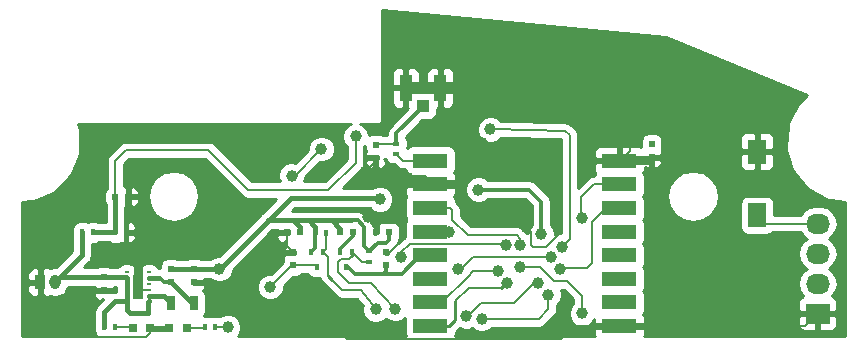
<source format=gbr>
G04 #@! TF.FileFunction,Copper,L1,Top,Signal*
%FSLAX46Y46*%
G04 Gerber Fmt 4.6, Leading zero omitted, Abs format (unit mm)*
G04 Created by KiCad (PCBNEW 4.0.5+dfsg1-4~bpo8+1) date Wed Feb  7 22:28:11 2018*
%MOMM*%
%LPD*%
G01*
G04 APERTURE LIST*
%ADD10C,0.100000*%
%ADD11C,1.000000*%
%ADD12R,3.000000X1.300000*%
%ADD13R,0.600000X0.400000*%
%ADD14R,0.950000X1.250000*%
%ADD15O,0.950000X1.250000*%
%ADD16R,0.500000X0.600000*%
%ADD17R,0.600000X0.500000*%
%ADD18R,0.797560X0.797560*%
%ADD19R,0.700000X1.300000*%
%ADD20R,0.400000X0.510000*%
%ADD21R,0.400000X0.600000*%
%ADD22R,1.600000X2.000000*%
%ADD23R,2.032000X1.727200*%
%ADD24O,2.032000X1.727200*%
%ADD25O,0.500000X0.250000*%
%ADD26R,0.900000X2.000000*%
%ADD27R,1.100000X2.250000*%
%ADD28R,1.050000X1.100000*%
%ADD29C,0.300000*%
%ADD30C,0.200000*%
%ADD31C,0.400000*%
%ADD32C,0.800000*%
%ADD33C,0.350000*%
%ADD34C,1.000000*%
%ADD35C,0.600000*%
%ADD36C,0.250000*%
%ADD37C,0.254000*%
G04 APERTURE END LIST*
D10*
D11*
X139650000Y-123100000D03*
X138730000Y-124400000D03*
X131190000Y-119490000D03*
X133250000Y-119490000D03*
X135410000Y-119490000D03*
X137320000Y-119500000D03*
X138780000Y-118120000D03*
X141820000Y-119770000D03*
D12*
X171640000Y-112480000D03*
X171640000Y-114480000D03*
X171640000Y-116480000D03*
X171640000Y-118480000D03*
X171640000Y-120480000D03*
X171640000Y-122480000D03*
X171640000Y-124480000D03*
X171640000Y-126480000D03*
X155640000Y-126480000D03*
X155640000Y-124480000D03*
X155640000Y-122480000D03*
X155640000Y-120480000D03*
X155640000Y-118480000D03*
X155640000Y-116480000D03*
X155640000Y-114480000D03*
X155640000Y-112480000D03*
D11*
X180000000Y-110100000D03*
X178200000Y-110100000D03*
X176300000Y-110100000D03*
X137700000Y-110000000D03*
X135700000Y-110000000D03*
X133700000Y-110000000D03*
D13*
X150480000Y-121030000D03*
X150480000Y-120130000D03*
D11*
X126900000Y-111600000D03*
X126800000Y-113200000D03*
X125800000Y-115000000D03*
X122600000Y-118300000D03*
X122600000Y-120100000D03*
X124500000Y-116600000D03*
X122600000Y-116600000D03*
X127000000Y-110000000D03*
X129300000Y-110000000D03*
X172500000Y-110100000D03*
X131500000Y-110000000D03*
D14*
X122630000Y-122770000D03*
D15*
X123880000Y-122770000D03*
D16*
X128040000Y-122330000D03*
X128040000Y-123430000D03*
X135660000Y-121650000D03*
X135660000Y-122750000D03*
X174370000Y-111090000D03*
X174370000Y-112190000D03*
X151020000Y-111140000D03*
X151020000Y-112240000D03*
X151910000Y-121340000D03*
X151910000Y-120240000D03*
D17*
X152150000Y-118520000D03*
X151050000Y-118520000D03*
D16*
X144030000Y-121340000D03*
X144030000Y-120240000D03*
D17*
X144620000Y-118530000D03*
X143520000Y-118530000D03*
X128970000Y-115540000D03*
X130070000Y-115540000D03*
D18*
X135019300Y-126640000D03*
X133520700Y-126640000D03*
X130420700Y-126640000D03*
X131919300Y-126640000D03*
D19*
X133710000Y-124540000D03*
X135610000Y-124540000D03*
D20*
X149020000Y-120170000D03*
X148020000Y-120170000D03*
X148520000Y-121470000D03*
X146520000Y-120190000D03*
X145520000Y-120190000D03*
X146020000Y-121490000D03*
D21*
X126170000Y-118540000D03*
X127070000Y-118540000D03*
X128970000Y-118540000D03*
X129870000Y-118540000D03*
X137420000Y-126540000D03*
X136520000Y-126540000D03*
X128020000Y-126540000D03*
X128920000Y-126540000D03*
D13*
X152770000Y-111940000D03*
X152770000Y-111040000D03*
D21*
X146770000Y-118570000D03*
X145870000Y-118570000D03*
D22*
X183300000Y-111700000D03*
X183300000Y-117100000D03*
D23*
X188440000Y-125430000D03*
D24*
X188440000Y-122890000D03*
X188440000Y-120350000D03*
X188440000Y-117810000D03*
D25*
X131820000Y-124390000D03*
X131820000Y-123890000D03*
X131820000Y-123390000D03*
X131820000Y-122890000D03*
X131820000Y-122390000D03*
X131820000Y-121890000D03*
X129920000Y-121890000D03*
X129920000Y-122390000D03*
X129920000Y-122890000D03*
X129920000Y-123390000D03*
X129920000Y-123890000D03*
X129920000Y-124390000D03*
D26*
X130870000Y-123140000D03*
D27*
X153535000Y-106310000D03*
X156485000Y-106310000D03*
D28*
X155010000Y-107860000D03*
D16*
X133650000Y-122770000D03*
X133650000Y-121670000D03*
D17*
X148020000Y-118520000D03*
X149120000Y-118520000D03*
D11*
X163740000Y-118130000D03*
X150400000Y-117210000D03*
X150100000Y-113460000D03*
X177230000Y-125090000D03*
X174300000Y-124880000D03*
X145740000Y-123190000D03*
X153760000Y-113960000D03*
X159990000Y-111010000D03*
X171070000Y-112500000D03*
X174350000Y-114060000D03*
X141380000Y-111250000D03*
X137420000Y-123380000D03*
X127760000Y-120520000D03*
X151380000Y-115730000D03*
X165020000Y-118700000D03*
X159710000Y-114930000D03*
X137780000Y-121650000D03*
X142070000Y-123170000D03*
X183300000Y-117100000D03*
X163250000Y-121440000D03*
X168480000Y-125410000D03*
X164730000Y-122870000D03*
X158680000Y-125650000D03*
X152660000Y-125030000D03*
X151020000Y-125070000D03*
X159970000Y-125880000D03*
X165640000Y-123820000D03*
X149320000Y-110400000D03*
X160720000Y-109820000D03*
X166790000Y-119770000D03*
X138500000Y-126590000D03*
X146400000Y-111480000D03*
X143900000Y-113740000D03*
X157220000Y-118530000D03*
X171910000Y-120460000D03*
X163270000Y-119610000D03*
X168470000Y-117330000D03*
X162120000Y-122820000D03*
X172150000Y-124440000D03*
X170770000Y-122450000D03*
X172460000Y-118550000D03*
X161330000Y-121810000D03*
X155780000Y-122420000D03*
X166620000Y-121630000D03*
X165820000Y-120620000D03*
X158020000Y-121630000D03*
X162020000Y-119630000D03*
X153170000Y-120640000D03*
D29*
X155010000Y-107860000D02*
X155010000Y-107910000D01*
X155010000Y-107910000D02*
X152770000Y-110150000D01*
X152770000Y-110150000D02*
X152770000Y-111040000D01*
D30*
X152770000Y-111040000D02*
X151120000Y-111040000D01*
X151120000Y-111040000D02*
X151020000Y-111140000D01*
D31*
X129920000Y-124390000D02*
X129920000Y-125110000D01*
X131770000Y-125320000D02*
X131770000Y-124430000D01*
X131690000Y-125400000D02*
X131770000Y-125320000D01*
X130210000Y-125400000D02*
X131690000Y-125400000D01*
X129920000Y-125110000D02*
X130210000Y-125400000D01*
X131770000Y-124430000D02*
X131820000Y-124390000D01*
X129920000Y-122390000D02*
X129920000Y-124390000D01*
X129920000Y-124390000D02*
X128940000Y-124390000D01*
X128940000Y-124390000D02*
X128020000Y-125310000D01*
X128020000Y-125310000D02*
X128020000Y-126540000D01*
D30*
X131820000Y-124390000D02*
X131810000Y-124390000D01*
X129920000Y-123890000D02*
X129920000Y-124390000D01*
X129920000Y-123390000D02*
X129920000Y-123890000D01*
X129920000Y-122890000D02*
X129920000Y-123390000D01*
D31*
X129920000Y-122390000D02*
X129920000Y-122890000D01*
X128040000Y-122330000D02*
X129860000Y-122330000D01*
D30*
X129860000Y-122330000D02*
X129920000Y-122390000D01*
D31*
X128040000Y-122330000D02*
X124320000Y-122330000D01*
D30*
X124320000Y-122330000D02*
X123880000Y-122770000D01*
D31*
X126170000Y-118540000D02*
X126170000Y-120480000D01*
X126170000Y-120480000D02*
X123880000Y-122770000D01*
D32*
X130870000Y-123140000D02*
X130870000Y-121230000D01*
X130870000Y-121230000D02*
X130160000Y-120520000D01*
X130160000Y-120520000D02*
X127760000Y-120520000D01*
D30*
X166640000Y-118580000D02*
X166640000Y-112940000D01*
X166640000Y-112940000D02*
X166180000Y-112480000D01*
D33*
X150400000Y-117210000D02*
X151050000Y-118140000D01*
X151050000Y-118140000D02*
X151050000Y-118520000D01*
D30*
X151050000Y-118520000D02*
X151050000Y-118140000D01*
X150420000Y-117230000D02*
X152510000Y-117220000D01*
X152210000Y-120240000D02*
X151910000Y-120240000D01*
X153170000Y-119280000D02*
X152210000Y-120240000D01*
X153170000Y-117880000D02*
X153170000Y-119280000D01*
X152510000Y-117220000D02*
X153170000Y-117880000D01*
X150420000Y-117230000D02*
X150400000Y-117210000D01*
X164145000Y-119645000D02*
X164145000Y-118535000D01*
X166640000Y-118580000D02*
X165410000Y-119810000D01*
X165410000Y-119810000D02*
X164310000Y-119810000D01*
X164310000Y-119810000D02*
X164145000Y-119645000D01*
X164145000Y-118535000D02*
X163740000Y-118130000D01*
X151020000Y-112240000D02*
X151020000Y-112540000D01*
X151020000Y-112540000D02*
X150100000Y-113460000D01*
D34*
X156485000Y-106310000D02*
X168710000Y-106310000D01*
X168710000Y-106310000D02*
X172500000Y-110100000D01*
X156485000Y-106310000D02*
X153535000Y-106310000D01*
D32*
X155640000Y-114480000D02*
X157310000Y-114480000D01*
X157310000Y-114480000D02*
X157870000Y-114480000D01*
D35*
X153760000Y-113960000D02*
X155070000Y-113910000D01*
X155070000Y-113910000D02*
X155640000Y-114480000D01*
X171640000Y-112480000D02*
X174080000Y-112480000D01*
X174080000Y-112480000D02*
X174370000Y-112190000D01*
X171640000Y-126480000D02*
X174890000Y-126480000D01*
X174890000Y-126480000D02*
X175000000Y-126370000D01*
X171640000Y-126480000D02*
X169300000Y-126480000D01*
X169300000Y-126480000D02*
X168930000Y-126850000D01*
D30*
X122600000Y-120100000D02*
X122600000Y-118300000D01*
X122600000Y-116600000D02*
X122600000Y-118300000D01*
X124500000Y-116600000D02*
X122600000Y-116600000D01*
X125800000Y-115000000D02*
X125800000Y-115300000D01*
X125800000Y-115300000D02*
X124500000Y-116600000D01*
X126800000Y-113200000D02*
X126800000Y-114000000D01*
X126800000Y-114000000D02*
X125800000Y-115000000D01*
X126900000Y-111600000D02*
X126900000Y-113100000D01*
X126900000Y-113100000D02*
X126800000Y-113200000D01*
X127000000Y-110000000D02*
X127000000Y-111500000D01*
X127000000Y-111500000D02*
X126900000Y-111600000D01*
X129300000Y-110000000D02*
X127000000Y-110000000D01*
X131500000Y-110000000D02*
X129300000Y-110000000D01*
X133700000Y-110000000D02*
X131500000Y-110000000D01*
X135700000Y-110000000D02*
X133700000Y-110000000D01*
X137700000Y-110000000D02*
X135700000Y-110000000D01*
X176300000Y-110100000D02*
X172500000Y-110100000D01*
X178200000Y-110100000D02*
X176300000Y-110100000D01*
X180000000Y-110100000D02*
X178200000Y-110100000D01*
X183300000Y-111700000D02*
X181600000Y-111700000D01*
X181600000Y-111700000D02*
X180000000Y-110100000D01*
X171640000Y-126480000D02*
X167760000Y-126480000D01*
X145740000Y-124710000D02*
X145740000Y-123190000D01*
X148560000Y-127530000D02*
X145740000Y-124710000D01*
X166710000Y-127530000D02*
X148560000Y-127530000D01*
X167760000Y-126480000D02*
X166710000Y-127530000D01*
X153760000Y-113960000D02*
X150550000Y-113910000D01*
X150550000Y-113910000D02*
X150100000Y-113460000D01*
X141380000Y-111250000D02*
X138950000Y-111250000D01*
X138950000Y-111250000D02*
X137700000Y-110000000D01*
X155070000Y-113910000D02*
X155640000Y-114480000D01*
X166180000Y-112480000D02*
X161810000Y-112480000D01*
X161760000Y-112480000D02*
X159990000Y-111010000D01*
X161810000Y-112480000D02*
X161760000Y-112480000D01*
X174300000Y-124880000D02*
X174300000Y-126250000D01*
X174300000Y-126250000D02*
X174070000Y-126480000D01*
X174510000Y-125090000D02*
X177230000Y-125090000D01*
X174300000Y-124880000D02*
X174510000Y-125090000D01*
X171640000Y-126480000D02*
X174070000Y-126480000D01*
X174070000Y-126480000D02*
X187390000Y-126480000D01*
X187390000Y-126480000D02*
X188440000Y-125430000D01*
X137430000Y-123380000D02*
X137420000Y-123380000D01*
X145740000Y-123190000D02*
X143980000Y-124950000D01*
X143980000Y-124950000D02*
X139000000Y-124950000D01*
X139000000Y-124950000D02*
X137430000Y-123380000D01*
D36*
X154220000Y-114480000D02*
X155640000Y-114480000D01*
X159960000Y-112390000D02*
X159990000Y-111010000D01*
X157870000Y-114480000D02*
X158735000Y-113615000D01*
X158735000Y-113615000D02*
X159960000Y-112390000D01*
X155640000Y-114480000D02*
X154270000Y-114480000D01*
D30*
X172500000Y-110100000D02*
X172500000Y-111620000D01*
X172500000Y-111620000D02*
X171640000Y-112480000D01*
X171070000Y-112500000D02*
X171090000Y-112480000D01*
X171090000Y-112480000D02*
X171640000Y-112480000D01*
X174370000Y-112190000D02*
X171930000Y-112190000D01*
X171930000Y-112190000D02*
X171640000Y-112480000D01*
X174350000Y-114060000D02*
X174370000Y-114040000D01*
X174370000Y-114040000D02*
X174370000Y-112190000D01*
X143520000Y-118530000D02*
X143520000Y-119780000D01*
X143520000Y-119780000D02*
X139920000Y-123380000D01*
X139920000Y-123380000D02*
X137420000Y-123380000D01*
X143520000Y-118530000D02*
X143520000Y-119730000D01*
X143520000Y-119730000D02*
X144030000Y-120240000D01*
X129870000Y-118540000D02*
X129870000Y-115740000D01*
X129870000Y-115740000D02*
X130070000Y-115540000D01*
X135660000Y-122750000D02*
X136790000Y-122750000D01*
X136790000Y-122750000D02*
X137420000Y-123380000D01*
X122600000Y-120100000D02*
X122600000Y-122740000D01*
X122600000Y-122740000D02*
X122630000Y-122770000D01*
X129870000Y-120230000D02*
X129780000Y-120230000D01*
X129780000Y-120230000D02*
X128050000Y-120230000D01*
X128050000Y-120230000D02*
X127760000Y-120520000D01*
X128040000Y-123430000D02*
X125650000Y-123430000D01*
X124620000Y-124460000D02*
X123610000Y-124460000D01*
X125650000Y-123430000D02*
X124620000Y-124460000D01*
X131919300Y-126640000D02*
X131919300Y-127080700D01*
X122630000Y-123480000D02*
X122630000Y-122770000D01*
X126590000Y-127440000D02*
X123610000Y-124460000D01*
X123610000Y-124460000D02*
X122630000Y-123480000D01*
X131560000Y-127440000D02*
X126590000Y-127440000D01*
X131919300Y-127080700D02*
X131560000Y-127440000D01*
X129870000Y-118540000D02*
X129870000Y-120230000D01*
X129870000Y-120230000D02*
X130870000Y-121230000D01*
X131820000Y-123390000D02*
X131120000Y-123390000D01*
X131120000Y-123390000D02*
X130870000Y-123140000D01*
X131919300Y-126640000D02*
X133520700Y-126640000D01*
D33*
X148880000Y-117530000D02*
X149480000Y-117530000D01*
X150040000Y-119690000D02*
X150480000Y-120130000D01*
X150040000Y-118090000D02*
X150040000Y-119690000D01*
X149480000Y-117530000D02*
X150040000Y-118090000D01*
X150480000Y-120130000D02*
X151200000Y-119410000D01*
X151200000Y-119410000D02*
X151920000Y-119410000D01*
X151920000Y-119410000D02*
X152150000Y-119180000D01*
X152150000Y-119180000D02*
X152150000Y-118520000D01*
D30*
X152150000Y-119180000D02*
X152150000Y-118520000D01*
X151920000Y-119410000D02*
X152150000Y-119180000D01*
X151200000Y-119410000D02*
X151920000Y-119410000D01*
X151380000Y-115730000D02*
X150940000Y-115730000D01*
X150940000Y-115730000D02*
X150820000Y-115610000D01*
D31*
X150820000Y-115610000D02*
X143850000Y-115610000D01*
D30*
X141780000Y-117680000D02*
X141780000Y-117670000D01*
D31*
X143850000Y-115610000D02*
X141780000Y-117680000D01*
X146610000Y-117530000D02*
X148880000Y-117530000D01*
D33*
X159710000Y-114930000D02*
X160790000Y-114930000D01*
X165020000Y-115930000D02*
X165020000Y-118700000D01*
X164020000Y-114930000D02*
X165020000Y-115930000D01*
X160790000Y-114930000D02*
X164020000Y-114930000D01*
D30*
X137780000Y-121650000D02*
X137800000Y-121650000D01*
D33*
X145870000Y-118570000D02*
X145870000Y-119840000D01*
X145870000Y-119840000D02*
X145520000Y-120190000D01*
D31*
X144620000Y-118530000D02*
X144620000Y-118100000D01*
X144620000Y-118100000D02*
X144050000Y-117530000D01*
X145870000Y-118570000D02*
X145870000Y-118070000D01*
X145870000Y-118070000D02*
X145330000Y-117530000D01*
D30*
X148020000Y-118520000D02*
X148020000Y-118250000D01*
D31*
X148020000Y-118250000D02*
X147300000Y-117530000D01*
X135660000Y-121650000D02*
X137800000Y-121650000D01*
X141920000Y-117530000D02*
X144050000Y-117530000D01*
D30*
X141780000Y-117670000D02*
X141920000Y-117530000D01*
D31*
X144050000Y-117530000D02*
X145330000Y-117530000D01*
X145330000Y-117530000D02*
X146610000Y-117530000D01*
D30*
X146610000Y-117530000D02*
X147300000Y-117530000D01*
D31*
X137800000Y-121650000D02*
X141780000Y-117670000D01*
X133650000Y-121670000D02*
X135640000Y-121670000D01*
D30*
X135640000Y-121670000D02*
X135660000Y-121650000D01*
D33*
X151910000Y-121340000D02*
X151910000Y-121850000D01*
X151910000Y-121850000D02*
X151710000Y-122050000D01*
X151200000Y-122050000D02*
X151710000Y-122050000D01*
X151710000Y-122050000D02*
X153210000Y-122050000D01*
X153210000Y-122050000D02*
X154780000Y-120480000D01*
X154780000Y-120480000D02*
X155640000Y-120480000D01*
X148520000Y-121470000D02*
X148650000Y-121470000D01*
X148650000Y-121470000D02*
X149230000Y-122050000D01*
X149230000Y-122050000D02*
X151200000Y-122050000D01*
D30*
X155640000Y-120480000D02*
X154870000Y-120480000D01*
X144030000Y-121340000D02*
X143900000Y-121340000D01*
X143900000Y-121340000D02*
X142070000Y-123170000D01*
X144030000Y-121340000D02*
X145870000Y-121340000D01*
X145870000Y-121340000D02*
X146020000Y-121490000D01*
X135019300Y-126640000D02*
X136420000Y-126640000D01*
X136420000Y-126640000D02*
X136520000Y-126540000D01*
X128920000Y-126540000D02*
X130320700Y-126540000D01*
X130320700Y-126540000D02*
X130420700Y-126640000D01*
D31*
X131820000Y-123890000D02*
X133060000Y-123890000D01*
X133060000Y-123890000D02*
X133710000Y-124540000D01*
D30*
X133710000Y-124540000D02*
X133710000Y-124370000D01*
X133710000Y-124370000D02*
X133230000Y-123890000D01*
X133230000Y-123890000D02*
X131820000Y-123890000D01*
X184010000Y-117810000D02*
X183300000Y-117100000D01*
X188440000Y-117810000D02*
X184010000Y-117810000D01*
X166140000Y-122670000D02*
X166120000Y-122670000D01*
X164890000Y-121440000D02*
X163250000Y-121440000D01*
X166120000Y-122670000D02*
X164890000Y-121440000D01*
X168480000Y-125410000D02*
X168480000Y-123910000D01*
X167240000Y-122670000D02*
X166140000Y-122670000D01*
X168480000Y-123910000D02*
X167240000Y-122670000D01*
X158680000Y-125650000D02*
X158830000Y-125650000D01*
X159950000Y-124530000D02*
X162750000Y-124530000D01*
X158830000Y-125650000D02*
X159950000Y-124530000D01*
X164410000Y-122870000D02*
X162750000Y-124530000D01*
X164730000Y-122870000D02*
X164410000Y-122870000D01*
X149790000Y-122830000D02*
X148750000Y-122830000D01*
X148750000Y-122830000D02*
X147820000Y-121900000D01*
X147820000Y-121900000D02*
X147820000Y-121070000D01*
X147820000Y-121070000D02*
X148090000Y-120800000D01*
X148090000Y-120800000D02*
X148750000Y-120800000D01*
X148750000Y-120800000D02*
X149020000Y-120530000D01*
D36*
X149020000Y-120530000D02*
X149020000Y-120170000D01*
D30*
X150630000Y-122830000D02*
X152660000Y-125030000D01*
X149790000Y-122830000D02*
X150630000Y-122830000D01*
X150480000Y-121030000D02*
X149880000Y-121030000D01*
X149880000Y-121030000D02*
X149020000Y-120170000D01*
X159970000Y-125880000D02*
X164800000Y-125880000D01*
X165640000Y-125040000D02*
X165640000Y-123820000D01*
X164800000Y-125880000D02*
X165640000Y-125040000D01*
X148150000Y-123410000D02*
X147300000Y-122560000D01*
X149790000Y-123410000D02*
X148150000Y-123410000D01*
X151020000Y-125070000D02*
X149790000Y-123410000D01*
X146980000Y-120650000D02*
X146520000Y-120190000D01*
D36*
X147300000Y-122560000D02*
X146980000Y-122240000D01*
D30*
X146980000Y-122240000D02*
X146980000Y-120650000D01*
X146770000Y-118570000D02*
X146770000Y-119940000D01*
X146770000Y-119940000D02*
X146520000Y-120190000D01*
X160950000Y-109810000D02*
X160730000Y-109810000D01*
X167440000Y-110340000D02*
X167050000Y-109950000D01*
X167050000Y-109950000D02*
X160950000Y-109810000D01*
X149310000Y-112150000D02*
X149320000Y-112150000D01*
X149320000Y-112150000D02*
X149320000Y-112650000D01*
X149320000Y-112650000D02*
X147000000Y-114970000D01*
X149320000Y-110400000D02*
X149320000Y-112140000D01*
X149320000Y-112140000D02*
X149310000Y-112150000D01*
X160730000Y-109810000D02*
X160720000Y-109820000D01*
X147000000Y-114970000D02*
X144510000Y-114970000D01*
X140230000Y-114970000D02*
X136850000Y-111590000D01*
X129850000Y-111590000D02*
X128970000Y-112470000D01*
X136850000Y-111590000D02*
X129850000Y-111590000D01*
X128970000Y-112470000D02*
X128970000Y-115750000D01*
X144510000Y-114970000D02*
X140230000Y-114970000D01*
X166790000Y-119770000D02*
X167440000Y-119120000D01*
X167440000Y-119120000D02*
X167440000Y-110340000D01*
X128970000Y-115750000D02*
X129040000Y-115820000D01*
X129040000Y-115820000D02*
X128970000Y-115820000D01*
D31*
X128970000Y-118540000D02*
X128970000Y-115820000D01*
D30*
X128970000Y-115820000D02*
X128970000Y-115540000D01*
D31*
X128970000Y-118540000D02*
X127070000Y-118540000D01*
D30*
X138450000Y-126540000D02*
X137420000Y-126540000D01*
X138500000Y-126590000D02*
X138450000Y-126540000D01*
X146400000Y-111480000D02*
X144140000Y-113740000D01*
X144140000Y-113740000D02*
X143900000Y-113740000D01*
X157160000Y-118470000D02*
X155650000Y-118470000D01*
X155650000Y-118470000D02*
X155640000Y-118480000D01*
D36*
X157220000Y-118530000D02*
X157160000Y-118470000D01*
X157160000Y-118470000D02*
X157210000Y-118520000D01*
X157210000Y-118520000D02*
X156840000Y-118520000D01*
X157230000Y-118520000D02*
X156840000Y-118520000D01*
X157170000Y-118520000D02*
X156840000Y-118520000D01*
D30*
X171910000Y-120460000D02*
X171890000Y-120480000D01*
X171890000Y-120480000D02*
X171640000Y-120480000D01*
X170920000Y-120480000D02*
X171640000Y-120480000D01*
X163270000Y-119610000D02*
X163270000Y-119090000D01*
X158790000Y-118760000D02*
X157490000Y-117460000D01*
X162940000Y-118760000D02*
X158790000Y-118760000D01*
X163270000Y-119090000D02*
X162940000Y-118760000D01*
X157300000Y-116480000D02*
X155640000Y-116480000D01*
X157490000Y-116670000D02*
X157300000Y-116480000D01*
X157490000Y-117460000D02*
X157490000Y-116670000D01*
D36*
X156360000Y-116480000D02*
X155640000Y-116480000D01*
D30*
X169510000Y-114480000D02*
X171640000Y-114480000D01*
X168430000Y-115560000D02*
X169510000Y-114480000D01*
X168430000Y-117290000D02*
X168430000Y-115560000D01*
X168470000Y-117330000D02*
X168430000Y-117290000D01*
D36*
X162120000Y-122820000D02*
X162060000Y-122820000D01*
D30*
X161660000Y-123220000D02*
X158930000Y-123220000D01*
D36*
X162060000Y-122820000D02*
X161660000Y-123220000D01*
X162120000Y-122820000D02*
X162040000Y-122900000D01*
X157230000Y-126480000D02*
X155640000Y-126480000D01*
D30*
X158930000Y-123220000D02*
X157760000Y-124390000D01*
D36*
X157760000Y-124390000D02*
X157760000Y-125950000D01*
X157760000Y-125950000D02*
X157230000Y-126480000D01*
X155780000Y-126480000D02*
X155640000Y-126480000D01*
D30*
X172150000Y-124440000D02*
X172110000Y-124480000D01*
X172110000Y-124480000D02*
X171640000Y-124480000D01*
X172250000Y-124560000D02*
X172170000Y-124480000D01*
X172170000Y-124480000D02*
X171640000Y-124480000D01*
X171760000Y-122550000D02*
X171690000Y-122480000D01*
X171690000Y-122480000D02*
X171640000Y-122480000D01*
X170770000Y-122450000D02*
X170800000Y-122480000D01*
X172460000Y-118550000D02*
X172390000Y-118480000D01*
X172390000Y-118480000D02*
X171640000Y-118480000D01*
X161330000Y-121810000D02*
X159280000Y-121810000D01*
X156610000Y-124480000D02*
X158800000Y-122290000D01*
X159280000Y-121810000D02*
X158800000Y-122290000D01*
D36*
X155640000Y-124480000D02*
X156610000Y-124480000D01*
X156770000Y-124480000D02*
X155640000Y-124480000D01*
X155840000Y-124480000D02*
X155640000Y-124480000D01*
X155780000Y-122420000D02*
X155720000Y-122480000D01*
X155720000Y-122480000D02*
X155640000Y-122480000D01*
D30*
X155640000Y-112480000D02*
X153310000Y-112480000D01*
X153310000Y-112480000D02*
X152770000Y-111940000D01*
X155170000Y-112010000D02*
X155640000Y-112480000D01*
X171640000Y-116480000D02*
X170520000Y-116480000D01*
X170520000Y-116480000D02*
X169320000Y-117680000D01*
X166650000Y-121600000D02*
X166620000Y-121630000D01*
X168860000Y-121600000D02*
X166650000Y-121600000D01*
X169320000Y-121140000D02*
X168860000Y-121600000D01*
X169320000Y-117680000D02*
X169320000Y-121140000D01*
X158020000Y-121630000D02*
X158220000Y-121630000D01*
X158220000Y-121630000D02*
X159230000Y-120620000D01*
X159230000Y-120620000D02*
X165820000Y-120620000D01*
D33*
X133650000Y-122770000D02*
X133070000Y-122770000D01*
X132610000Y-122410000D02*
X132610000Y-122390000D01*
X132710000Y-122410000D02*
X132610000Y-122410000D01*
X133070000Y-122770000D02*
X132710000Y-122410000D01*
D31*
X135610000Y-124540000D02*
X135420000Y-124540000D01*
X135420000Y-124540000D02*
X133650000Y-122770000D01*
X131820000Y-122390000D02*
X132610000Y-122390000D01*
D30*
X135610000Y-124540000D02*
X135490000Y-124540000D01*
X135490000Y-124540000D02*
X133720000Y-122770000D01*
X133720000Y-122770000D02*
X133650000Y-122770000D01*
D33*
X148020000Y-120170000D02*
X148020000Y-119990000D01*
X149120000Y-118890000D02*
X149120000Y-118520000D01*
X148020000Y-119990000D02*
X149120000Y-118890000D01*
D30*
X153170000Y-120640000D02*
X153170000Y-120240000D01*
X161900000Y-119510000D02*
X162020000Y-119630000D01*
X153900000Y-119510000D02*
X161900000Y-119510000D01*
X153170000Y-120240000D02*
X153900000Y-119510000D01*
D37*
G36*
X142743750Y-118405000D02*
X143393000Y-118405000D01*
X143393000Y-118383000D01*
X143647000Y-118383000D01*
X143647000Y-118405000D01*
X143667000Y-118405000D01*
X143667000Y-118655000D01*
X143647000Y-118655000D01*
X143647000Y-118677000D01*
X143393000Y-118677000D01*
X143393000Y-118655000D01*
X142743750Y-118655000D01*
X142585000Y-118813750D01*
X142585000Y-118906310D01*
X142681673Y-119139699D01*
X142860302Y-119318327D01*
X143093691Y-119415000D01*
X143234250Y-119415000D01*
X143392998Y-119256252D01*
X143392998Y-119415000D01*
X143406974Y-119415000D01*
X143241673Y-119580302D01*
X143145000Y-119813691D01*
X143145000Y-119954250D01*
X143303750Y-120113000D01*
X143905000Y-120113000D01*
X143905000Y-120093000D01*
X144155000Y-120093000D01*
X144155000Y-120113000D01*
X144177000Y-120113000D01*
X144177000Y-120367000D01*
X144155000Y-120367000D01*
X144155000Y-120387000D01*
X143905000Y-120387000D01*
X143905000Y-120367000D01*
X143303750Y-120367000D01*
X143145000Y-120525750D01*
X143145000Y-120666309D01*
X143190967Y-120777283D01*
X143183569Y-120788110D01*
X143132560Y-121040000D01*
X143132560Y-121067993D01*
X142165471Y-122035082D01*
X141845225Y-122034803D01*
X141427914Y-122207233D01*
X141108355Y-122526235D01*
X140935197Y-122943244D01*
X140934803Y-123394775D01*
X141107233Y-123812086D01*
X141426235Y-124131645D01*
X141843244Y-124304803D01*
X142294775Y-124305197D01*
X142712086Y-124132767D01*
X143031645Y-123813765D01*
X143204803Y-123396756D01*
X143205084Y-123074362D01*
X143992007Y-122287440D01*
X144280000Y-122287440D01*
X144515317Y-122243162D01*
X144731441Y-122104090D01*
X144751317Y-122075000D01*
X145277765Y-122075000D01*
X145355910Y-122196441D01*
X145568110Y-122341431D01*
X145820000Y-122392440D01*
X146220000Y-122392440D01*
X146249229Y-122386940D01*
X146277852Y-122530839D01*
X146442599Y-122777401D01*
X146762599Y-123097401D01*
X146869150Y-123168596D01*
X147630277Y-123929724D01*
X147868245Y-124088728D01*
X147868728Y-124089051D01*
X148150000Y-124145000D01*
X149419828Y-124145000D01*
X149903874Y-124798265D01*
X149885197Y-124843244D01*
X149884803Y-125294775D01*
X150057233Y-125712086D01*
X150376235Y-126031645D01*
X150793244Y-126204803D01*
X151244775Y-126205197D01*
X151662086Y-126032767D01*
X151860030Y-125835168D01*
X152016235Y-125991645D01*
X152433244Y-126164803D01*
X152884775Y-126165197D01*
X153302086Y-125992767D01*
X153499508Y-125795689D01*
X153492560Y-125830000D01*
X153492560Y-127130000D01*
X153533843Y-127349399D01*
X139345809Y-127349399D01*
X139461645Y-127233765D01*
X139634803Y-126816756D01*
X139635197Y-126365225D01*
X139462767Y-125947914D01*
X139143765Y-125628355D01*
X138726756Y-125455197D01*
X138275225Y-125454803D01*
X137857914Y-125627233D01*
X137846666Y-125638461D01*
X137620000Y-125592560D01*
X137220000Y-125592560D01*
X136984683Y-125636838D01*
X136973021Y-125644342D01*
X136971890Y-125643569D01*
X136720000Y-125592560D01*
X136453483Y-125592560D01*
X136556431Y-125441890D01*
X136607440Y-125190000D01*
X136607440Y-123890000D01*
X136563162Y-123654683D01*
X136424090Y-123438559D01*
X136421343Y-123436682D01*
X136448327Y-123409698D01*
X136545000Y-123176309D01*
X136545000Y-123035750D01*
X136386250Y-122877000D01*
X135785000Y-122877000D01*
X135785000Y-122897000D01*
X135535000Y-122897000D01*
X135535000Y-122877000D01*
X135513000Y-122877000D01*
X135513000Y-122623000D01*
X135535000Y-122623000D01*
X135535000Y-122603000D01*
X135785000Y-122603000D01*
X135785000Y-122623000D01*
X136386250Y-122623000D01*
X136524250Y-122485000D01*
X137009811Y-122485000D01*
X137136235Y-122611645D01*
X137553244Y-122784803D01*
X138004775Y-122785197D01*
X138422086Y-122612767D01*
X138741645Y-122293765D01*
X138914803Y-121876756D01*
X138914943Y-121715925D01*
X142265868Y-118365000D01*
X142703750Y-118365000D01*
X142743750Y-118405000D01*
X142743750Y-118405000D01*
G37*
X142743750Y-118405000D02*
X143393000Y-118405000D01*
X143393000Y-118383000D01*
X143647000Y-118383000D01*
X143647000Y-118405000D01*
X143667000Y-118405000D01*
X143667000Y-118655000D01*
X143647000Y-118655000D01*
X143647000Y-118677000D01*
X143393000Y-118677000D01*
X143393000Y-118655000D01*
X142743750Y-118655000D01*
X142585000Y-118813750D01*
X142585000Y-118906310D01*
X142681673Y-119139699D01*
X142860302Y-119318327D01*
X143093691Y-119415000D01*
X143234250Y-119415000D01*
X143392998Y-119256252D01*
X143392998Y-119415000D01*
X143406974Y-119415000D01*
X143241673Y-119580302D01*
X143145000Y-119813691D01*
X143145000Y-119954250D01*
X143303750Y-120113000D01*
X143905000Y-120113000D01*
X143905000Y-120093000D01*
X144155000Y-120093000D01*
X144155000Y-120113000D01*
X144177000Y-120113000D01*
X144177000Y-120367000D01*
X144155000Y-120367000D01*
X144155000Y-120387000D01*
X143905000Y-120387000D01*
X143905000Y-120367000D01*
X143303750Y-120367000D01*
X143145000Y-120525750D01*
X143145000Y-120666309D01*
X143190967Y-120777283D01*
X143183569Y-120788110D01*
X143132560Y-121040000D01*
X143132560Y-121067993D01*
X142165471Y-122035082D01*
X141845225Y-122034803D01*
X141427914Y-122207233D01*
X141108355Y-122526235D01*
X140935197Y-122943244D01*
X140934803Y-123394775D01*
X141107233Y-123812086D01*
X141426235Y-124131645D01*
X141843244Y-124304803D01*
X142294775Y-124305197D01*
X142712086Y-124132767D01*
X143031645Y-123813765D01*
X143204803Y-123396756D01*
X143205084Y-123074362D01*
X143992007Y-122287440D01*
X144280000Y-122287440D01*
X144515317Y-122243162D01*
X144731441Y-122104090D01*
X144751317Y-122075000D01*
X145277765Y-122075000D01*
X145355910Y-122196441D01*
X145568110Y-122341431D01*
X145820000Y-122392440D01*
X146220000Y-122392440D01*
X146249229Y-122386940D01*
X146277852Y-122530839D01*
X146442599Y-122777401D01*
X146762599Y-123097401D01*
X146869150Y-123168596D01*
X147630277Y-123929724D01*
X147868245Y-124088728D01*
X147868728Y-124089051D01*
X148150000Y-124145000D01*
X149419828Y-124145000D01*
X149903874Y-124798265D01*
X149885197Y-124843244D01*
X149884803Y-125294775D01*
X150057233Y-125712086D01*
X150376235Y-126031645D01*
X150793244Y-126204803D01*
X151244775Y-126205197D01*
X151662086Y-126032767D01*
X151860030Y-125835168D01*
X152016235Y-125991645D01*
X152433244Y-126164803D01*
X152884775Y-126165197D01*
X153302086Y-125992767D01*
X153499508Y-125795689D01*
X153492560Y-125830000D01*
X153492560Y-127130000D01*
X153533843Y-127349399D01*
X139345809Y-127349399D01*
X139461645Y-127233765D01*
X139634803Y-126816756D01*
X139635197Y-126365225D01*
X139462767Y-125947914D01*
X139143765Y-125628355D01*
X138726756Y-125455197D01*
X138275225Y-125454803D01*
X137857914Y-125627233D01*
X137846666Y-125638461D01*
X137620000Y-125592560D01*
X137220000Y-125592560D01*
X136984683Y-125636838D01*
X136973021Y-125644342D01*
X136971890Y-125643569D01*
X136720000Y-125592560D01*
X136453483Y-125592560D01*
X136556431Y-125441890D01*
X136607440Y-125190000D01*
X136607440Y-123890000D01*
X136563162Y-123654683D01*
X136424090Y-123438559D01*
X136421343Y-123436682D01*
X136448327Y-123409698D01*
X136545000Y-123176309D01*
X136545000Y-123035750D01*
X136386250Y-122877000D01*
X135785000Y-122877000D01*
X135785000Y-122897000D01*
X135535000Y-122897000D01*
X135535000Y-122877000D01*
X135513000Y-122877000D01*
X135513000Y-122623000D01*
X135535000Y-122623000D01*
X135535000Y-122603000D01*
X135785000Y-122603000D01*
X135785000Y-122623000D01*
X136386250Y-122623000D01*
X136524250Y-122485000D01*
X137009811Y-122485000D01*
X137136235Y-122611645D01*
X137553244Y-122784803D01*
X138004775Y-122785197D01*
X138422086Y-122612767D01*
X138741645Y-122293765D01*
X138914803Y-121876756D01*
X138914943Y-121715925D01*
X142265868Y-118365000D01*
X142703750Y-118365000D01*
X142743750Y-118405000D01*
G36*
X175583727Y-101979897D02*
X187550529Y-106936709D01*
X186914126Y-107515412D01*
X186842190Y-107612739D01*
X186766659Y-107707285D01*
X185959433Y-109266537D01*
X185885222Y-109523301D01*
X185885222Y-109523302D01*
X185736143Y-111272773D01*
X185765840Y-111538392D01*
X186297603Y-113211744D01*
X186426687Y-113445779D01*
X187558335Y-114788258D01*
X187717569Y-114915466D01*
X187767155Y-114955079D01*
X189326407Y-115762305D01*
X189583171Y-115836516D01*
X190705804Y-115932180D01*
X190705804Y-127349399D01*
X173736441Y-127349399D01*
X173775000Y-127256310D01*
X173775000Y-126765750D01*
X173616250Y-126607000D01*
X171767000Y-126607000D01*
X171767000Y-126627000D01*
X171513000Y-126627000D01*
X171513000Y-126607000D01*
X169663750Y-126607000D01*
X169505000Y-126765750D01*
X169505000Y-127256310D01*
X169543559Y-127349399D01*
X157743011Y-127349399D01*
X157787440Y-127130000D01*
X157787440Y-126997362D01*
X158132983Y-126651819D01*
X158453244Y-126784803D01*
X158904775Y-126785197D01*
X159163265Y-126678391D01*
X159326235Y-126841645D01*
X159743244Y-127014803D01*
X160194775Y-127015197D01*
X160612086Y-126842767D01*
X160840251Y-126615000D01*
X164800000Y-126615000D01*
X165081272Y-126559051D01*
X165319723Y-126399723D01*
X166159723Y-125559724D01*
X166319051Y-125321273D01*
X166345163Y-125190000D01*
X166375000Y-125040000D01*
X166375000Y-124690015D01*
X166601645Y-124463765D01*
X166774803Y-124046756D01*
X166775197Y-123595225D01*
X166696597Y-123405000D01*
X166935554Y-123405000D01*
X167745000Y-124214447D01*
X167745000Y-124539985D01*
X167518355Y-124766235D01*
X167345197Y-125183244D01*
X167344803Y-125634775D01*
X167517233Y-126052086D01*
X167836235Y-126371645D01*
X168253244Y-126544803D01*
X168704775Y-126545197D01*
X169122086Y-126372767D01*
X169441645Y-126053765D01*
X169505000Y-125901190D01*
X169505000Y-126194250D01*
X169663750Y-126353000D01*
X171513000Y-126353000D01*
X171513000Y-126333000D01*
X171767000Y-126333000D01*
X171767000Y-126353000D01*
X173616250Y-126353000D01*
X173775000Y-126194250D01*
X173775000Y-125715750D01*
X186789000Y-125715750D01*
X186789000Y-126419910D01*
X186885673Y-126653299D01*
X187064302Y-126831927D01*
X187297691Y-126928600D01*
X188154250Y-126928600D01*
X188313000Y-126769850D01*
X188313000Y-125557000D01*
X188567000Y-125557000D01*
X188567000Y-126769850D01*
X188725750Y-126928600D01*
X189582309Y-126928600D01*
X189815698Y-126831927D01*
X189994327Y-126653299D01*
X190091000Y-126419910D01*
X190091000Y-125715750D01*
X189932250Y-125557000D01*
X188567000Y-125557000D01*
X188313000Y-125557000D01*
X186947750Y-125557000D01*
X186789000Y-125715750D01*
X173775000Y-125715750D01*
X173775000Y-125703690D01*
X173678327Y-125470301D01*
X173676958Y-125468932D01*
X173736431Y-125381890D01*
X173787440Y-125130000D01*
X173787440Y-123830000D01*
X173743162Y-123594683D01*
X173669380Y-123480022D01*
X173736431Y-123381890D01*
X173787440Y-123130000D01*
X173787440Y-121830000D01*
X173743162Y-121594683D01*
X173669380Y-121480022D01*
X173736431Y-121381890D01*
X173787440Y-121130000D01*
X173787440Y-119830000D01*
X173743162Y-119594683D01*
X173669380Y-119480022D01*
X173736431Y-119381890D01*
X173787440Y-119130000D01*
X173787440Y-117830000D01*
X173743162Y-117594683D01*
X173669380Y-117480022D01*
X173736431Y-117381890D01*
X173787440Y-117130000D01*
X173787440Y-115830000D01*
X173743162Y-115594683D01*
X173676932Y-115491758D01*
X175705804Y-115491758D01*
X175872127Y-116327921D01*
X176345776Y-117036786D01*
X177054641Y-117510435D01*
X177890804Y-117676758D01*
X178726967Y-117510435D01*
X179435832Y-117036786D01*
X179909481Y-116327921D01*
X179954817Y-116100000D01*
X181852560Y-116100000D01*
X181852560Y-118100000D01*
X181896838Y-118335317D01*
X182035910Y-118551441D01*
X182248110Y-118696431D01*
X182500000Y-118747440D01*
X184100000Y-118747440D01*
X184335317Y-118703162D01*
X184551441Y-118564090D01*
X184564485Y-118545000D01*
X186978647Y-118545000D01*
X187195585Y-118869670D01*
X187510366Y-119080000D01*
X187195585Y-119290330D01*
X186870729Y-119776511D01*
X186756655Y-120350000D01*
X186870729Y-120923489D01*
X187195585Y-121409670D01*
X187510366Y-121620000D01*
X187195585Y-121830330D01*
X186870729Y-122316511D01*
X186756655Y-122890000D01*
X186870729Y-123463489D01*
X187195585Y-123949670D01*
X187217780Y-123964500D01*
X187064302Y-124028073D01*
X186885673Y-124206701D01*
X186789000Y-124440090D01*
X186789000Y-125144250D01*
X186947750Y-125303000D01*
X188313000Y-125303000D01*
X188313000Y-125283000D01*
X188567000Y-125283000D01*
X188567000Y-125303000D01*
X189932250Y-125303000D01*
X190091000Y-125144250D01*
X190091000Y-124440090D01*
X189994327Y-124206701D01*
X189815698Y-124028073D01*
X189662220Y-123964500D01*
X189684415Y-123949670D01*
X190009271Y-123463489D01*
X190123345Y-122890000D01*
X190009271Y-122316511D01*
X189684415Y-121830330D01*
X189369634Y-121620000D01*
X189684415Y-121409670D01*
X190009271Y-120923489D01*
X190123345Y-120350000D01*
X190009271Y-119776511D01*
X189684415Y-119290330D01*
X189369634Y-119080000D01*
X189684415Y-118869670D01*
X190009271Y-118383489D01*
X190123345Y-117810000D01*
X190009271Y-117236511D01*
X189684415Y-116750330D01*
X189198234Y-116425474D01*
X188624745Y-116311400D01*
X188255255Y-116311400D01*
X187681766Y-116425474D01*
X187195585Y-116750330D01*
X186978647Y-117075000D01*
X184747440Y-117075000D01*
X184747440Y-116100000D01*
X184703162Y-115864683D01*
X184564090Y-115648559D01*
X184351890Y-115503569D01*
X184100000Y-115452560D01*
X182500000Y-115452560D01*
X182264683Y-115496838D01*
X182048559Y-115635910D01*
X181903569Y-115848110D01*
X181852560Y-116100000D01*
X179954817Y-116100000D01*
X180075804Y-115491758D01*
X179909481Y-114655595D01*
X179435832Y-113946730D01*
X178726967Y-113473081D01*
X177890804Y-113306758D01*
X177054641Y-113473081D01*
X176345776Y-113946730D01*
X175872127Y-114655595D01*
X175705804Y-115491758D01*
X173676932Y-115491758D01*
X173669380Y-115480022D01*
X173736431Y-115381890D01*
X173787440Y-115130000D01*
X173787440Y-113830000D01*
X173743162Y-113594683D01*
X173676672Y-113491354D01*
X173678327Y-113489699D01*
X173775000Y-113256310D01*
X173775000Y-113034416D01*
X173993690Y-113125000D01*
X174086250Y-113125000D01*
X174245000Y-112966250D01*
X174245000Y-112317000D01*
X174495000Y-112317000D01*
X174495000Y-112966250D01*
X174653750Y-113125000D01*
X174746310Y-113125000D01*
X174979699Y-113028327D01*
X175158327Y-112849698D01*
X175255000Y-112616309D01*
X175255000Y-112475750D01*
X175096250Y-112317000D01*
X174495000Y-112317000D01*
X174245000Y-112317000D01*
X174223000Y-112317000D01*
X174223000Y-112063000D01*
X174245000Y-112063000D01*
X174245000Y-112043000D01*
X174495000Y-112043000D01*
X174495000Y-112063000D01*
X175096250Y-112063000D01*
X175173500Y-111985750D01*
X181865000Y-111985750D01*
X181865000Y-112826309D01*
X181961673Y-113059698D01*
X182140301Y-113238327D01*
X182373690Y-113335000D01*
X183014250Y-113335000D01*
X183173000Y-113176250D01*
X183173000Y-111827000D01*
X183427000Y-111827000D01*
X183427000Y-113176250D01*
X183585750Y-113335000D01*
X184226310Y-113335000D01*
X184459699Y-113238327D01*
X184638327Y-113059698D01*
X184735000Y-112826309D01*
X184735000Y-111985750D01*
X184576250Y-111827000D01*
X183427000Y-111827000D01*
X183173000Y-111827000D01*
X182023750Y-111827000D01*
X181865000Y-111985750D01*
X175173500Y-111985750D01*
X175255000Y-111904250D01*
X175255000Y-111763691D01*
X175209033Y-111652717D01*
X175216431Y-111641890D01*
X175267440Y-111390000D01*
X175267440Y-110790000D01*
X175226739Y-110573691D01*
X181865000Y-110573691D01*
X181865000Y-111414250D01*
X182023750Y-111573000D01*
X183173000Y-111573000D01*
X183173000Y-110223750D01*
X183427000Y-110223750D01*
X183427000Y-111573000D01*
X184576250Y-111573000D01*
X184735000Y-111414250D01*
X184735000Y-110573691D01*
X184638327Y-110340302D01*
X184459699Y-110161673D01*
X184226310Y-110065000D01*
X183585750Y-110065000D01*
X183427000Y-110223750D01*
X183173000Y-110223750D01*
X183014250Y-110065000D01*
X182373690Y-110065000D01*
X182140301Y-110161673D01*
X181961673Y-110340302D01*
X181865000Y-110573691D01*
X175226739Y-110573691D01*
X175223162Y-110554683D01*
X175084090Y-110338559D01*
X174871890Y-110193569D01*
X174620000Y-110142560D01*
X174120000Y-110142560D01*
X173884683Y-110186838D01*
X173668559Y-110325910D01*
X173523569Y-110538110D01*
X173472560Y-110790000D01*
X173472560Y-111280432D01*
X173266309Y-111195000D01*
X171925750Y-111195000D01*
X171767000Y-111353750D01*
X171767000Y-112353000D01*
X171787000Y-112353000D01*
X171787000Y-112607000D01*
X171767000Y-112607000D01*
X171767000Y-112627000D01*
X171513000Y-112627000D01*
X171513000Y-112607000D01*
X169663750Y-112607000D01*
X169505000Y-112765750D01*
X169505000Y-113256310D01*
X169601673Y-113489699D01*
X169603042Y-113491068D01*
X169543569Y-113578110D01*
X169509763Y-113745047D01*
X169228728Y-113800949D01*
X168990277Y-113960276D01*
X168175000Y-114775554D01*
X168175000Y-111703690D01*
X169505000Y-111703690D01*
X169505000Y-112194250D01*
X169663750Y-112353000D01*
X171513000Y-112353000D01*
X171513000Y-111353750D01*
X171354250Y-111195000D01*
X170013691Y-111195000D01*
X169780302Y-111291673D01*
X169601673Y-111470301D01*
X169505000Y-111703690D01*
X168175000Y-111703690D01*
X168175000Y-110340000D01*
X168119051Y-110058728D01*
X168095148Y-110022955D01*
X167959723Y-109820276D01*
X167569723Y-109430277D01*
X167457372Y-109355206D01*
X167346778Y-109277581D01*
X167338404Y-109275715D01*
X167331272Y-109270949D01*
X167198785Y-109244596D01*
X167066864Y-109215193D01*
X161594608Y-109089601D01*
X161363765Y-108858355D01*
X160946756Y-108685197D01*
X160495225Y-108684803D01*
X160077914Y-108857233D01*
X159758355Y-109176235D01*
X159585197Y-109593244D01*
X159584803Y-110044775D01*
X159757233Y-110462086D01*
X160076235Y-110781645D01*
X160493244Y-110954803D01*
X160944775Y-110955197D01*
X161362086Y-110782767D01*
X161585465Y-110559777D01*
X166705000Y-110677275D01*
X166705000Y-118634925D01*
X166565225Y-118634803D01*
X166154910Y-118804342D01*
X166155197Y-118475225D01*
X165982767Y-118057914D01*
X165830000Y-117904880D01*
X165830000Y-115930000D01*
X165829909Y-115929541D01*
X165768343Y-115620027D01*
X165592757Y-115357244D01*
X164592756Y-114357244D01*
X164493539Y-114290949D01*
X164329974Y-114181658D01*
X164020000Y-114120000D01*
X160505146Y-114120000D01*
X160353765Y-113968355D01*
X159936756Y-113795197D01*
X159485225Y-113794803D01*
X159067914Y-113967233D01*
X158748355Y-114286235D01*
X158575197Y-114703244D01*
X158574803Y-115154775D01*
X158747233Y-115572086D01*
X159066235Y-115891645D01*
X159483244Y-116064803D01*
X159934775Y-116065197D01*
X160352086Y-115892767D01*
X160505120Y-115740000D01*
X163684488Y-115740000D01*
X164210000Y-116265513D01*
X164210000Y-117904854D01*
X164058355Y-118056235D01*
X163885197Y-118473244D01*
X163885055Y-118636433D01*
X163814296Y-118607052D01*
X163789723Y-118570276D01*
X163459723Y-118240277D01*
X163221272Y-118080949D01*
X163216506Y-118080001D01*
X162940000Y-118025000D01*
X159094447Y-118025000D01*
X158225000Y-117155554D01*
X158225000Y-116670000D01*
X158169051Y-116388728D01*
X158155438Y-116368355D01*
X158009724Y-116150277D01*
X157819723Y-115960277D01*
X157787440Y-115938706D01*
X157787440Y-115830000D01*
X157743162Y-115594683D01*
X157676672Y-115491354D01*
X157678327Y-115489699D01*
X157775000Y-115256310D01*
X157775000Y-114765750D01*
X157616250Y-114607000D01*
X155767000Y-114607000D01*
X155767000Y-114627000D01*
X155513000Y-114627000D01*
X155513000Y-114607000D01*
X153663750Y-114607000D01*
X153505000Y-114765750D01*
X153505000Y-115256310D01*
X153601673Y-115489699D01*
X153603042Y-115491068D01*
X153543569Y-115578110D01*
X153492560Y-115830000D01*
X153492560Y-117130000D01*
X153536838Y-117365317D01*
X153610620Y-117479978D01*
X153543569Y-117578110D01*
X153492560Y-117830000D01*
X153492560Y-118915251D01*
X153380277Y-118990276D01*
X152902752Y-119467801D01*
X152960000Y-119180000D01*
X152960000Y-119148386D01*
X153046431Y-119021890D01*
X153097440Y-118770000D01*
X153097440Y-118270000D01*
X153053162Y-118034683D01*
X152914090Y-117818559D01*
X152701890Y-117673569D01*
X152450000Y-117622560D01*
X151850000Y-117622560D01*
X151614683Y-117666838D01*
X151590594Y-117682339D01*
X151476309Y-117635000D01*
X151335750Y-117635000D01*
X151177000Y-117793750D01*
X151177000Y-118395000D01*
X151197000Y-118395000D01*
X151197000Y-118600597D01*
X151027897Y-118634234D01*
X150923000Y-118655098D01*
X150923000Y-118645000D01*
X150903000Y-118645000D01*
X150903000Y-118395000D01*
X150923000Y-118395000D01*
X150923000Y-117793750D01*
X150764250Y-117635000D01*
X150691439Y-117635000D01*
X150612757Y-117517244D01*
X150052756Y-116957244D01*
X149930006Y-116875225D01*
X149789974Y-116781658D01*
X149480000Y-116720000D01*
X149005683Y-116720000D01*
X148880000Y-116695000D01*
X143945868Y-116695000D01*
X144195868Y-116445000D01*
X150490020Y-116445000D01*
X150736235Y-116691645D01*
X151153244Y-116864803D01*
X151604775Y-116865197D01*
X152022086Y-116692767D01*
X152341645Y-116373765D01*
X152514803Y-115956756D01*
X152515197Y-115505225D01*
X152342767Y-115087914D01*
X152023765Y-114768355D01*
X151606756Y-114595197D01*
X151155225Y-114594803D01*
X150737914Y-114767233D01*
X150730133Y-114775000D01*
X148234446Y-114775000D01*
X149839723Y-113169724D01*
X149999051Y-112931273D01*
X150019384Y-112829051D01*
X150055000Y-112650000D01*
X150055000Y-112525750D01*
X150135000Y-112525750D01*
X150135000Y-112666309D01*
X150231673Y-112899698D01*
X150410301Y-113078327D01*
X150643690Y-113175000D01*
X150736250Y-113175000D01*
X150895000Y-113016250D01*
X150895000Y-112367000D01*
X150293750Y-112367000D01*
X150135000Y-112525750D01*
X150055000Y-112525750D01*
X150055000Y-112150000D01*
X150054005Y-112145000D01*
X150055000Y-112140000D01*
X150055000Y-111270015D01*
X150122560Y-111202573D01*
X150122560Y-111440000D01*
X150166838Y-111675317D01*
X150182339Y-111699406D01*
X150135000Y-111813691D01*
X150135000Y-111954250D01*
X150293750Y-112113000D01*
X150895000Y-112113000D01*
X150895000Y-112093000D01*
X151145000Y-112093000D01*
X151145000Y-112113000D01*
X151167000Y-112113000D01*
X151167000Y-112367000D01*
X151145000Y-112367000D01*
X151145000Y-113016250D01*
X151303750Y-113175000D01*
X151396310Y-113175000D01*
X151629699Y-113078327D01*
X151808327Y-112899698D01*
X151905000Y-112666309D01*
X151905000Y-112525750D01*
X151746252Y-112367002D01*
X151865273Y-112367002D01*
X151866838Y-112375317D01*
X152005910Y-112591441D01*
X152218110Y-112736431D01*
X152470000Y-112787440D01*
X152577993Y-112787440D01*
X152790276Y-112999723D01*
X152907916Y-113078327D01*
X153028728Y-113159051D01*
X153310000Y-113215000D01*
X153508554Y-113215000D01*
X153536838Y-113365317D01*
X153603328Y-113468646D01*
X153601673Y-113470301D01*
X153505000Y-113703690D01*
X153505000Y-114194250D01*
X153663750Y-114353000D01*
X155513000Y-114353000D01*
X155513000Y-114333000D01*
X155767000Y-114333000D01*
X155767000Y-114353000D01*
X157616250Y-114353000D01*
X157775000Y-114194250D01*
X157775000Y-113703690D01*
X157678327Y-113470301D01*
X157676958Y-113468932D01*
X157736431Y-113381890D01*
X157787440Y-113130000D01*
X157787440Y-111830000D01*
X157743162Y-111594683D01*
X157604090Y-111378559D01*
X157391890Y-111233569D01*
X157140000Y-111182560D01*
X154140000Y-111182560D01*
X153904683Y-111226838D01*
X153692450Y-111363406D01*
X153717440Y-111240000D01*
X153717440Y-110840000D01*
X153673162Y-110604683D01*
X153576184Y-110453974D01*
X154972718Y-109057440D01*
X155535000Y-109057440D01*
X155770317Y-109013162D01*
X155986441Y-108874090D01*
X156131431Y-108661890D01*
X156182440Y-108410000D01*
X156182440Y-108070000D01*
X156199250Y-108070000D01*
X156358000Y-107911250D01*
X156358000Y-106437000D01*
X156612000Y-106437000D01*
X156612000Y-107911250D01*
X156770750Y-108070000D01*
X157161309Y-108070000D01*
X157394698Y-107973327D01*
X157573327Y-107794699D01*
X157670000Y-107561310D01*
X157670000Y-106595750D01*
X157511250Y-106437000D01*
X156612000Y-106437000D01*
X156358000Y-106437000D01*
X155458750Y-106437000D01*
X155300000Y-106595750D01*
X155300000Y-106662560D01*
X154720000Y-106662560D01*
X154720000Y-106595750D01*
X154561250Y-106437000D01*
X153662000Y-106437000D01*
X153662000Y-107911250D01*
X153780296Y-108029546D01*
X152214921Y-109594921D01*
X152044755Y-109849593D01*
X152044755Y-109849594D01*
X151985000Y-110150000D01*
X151985000Y-110305000D01*
X151611797Y-110305000D01*
X151521890Y-110243569D01*
X151270000Y-110192560D01*
X150770000Y-110192560D01*
X150534683Y-110236838D01*
X150455099Y-110288049D01*
X150455197Y-110175225D01*
X150282767Y-109757914D01*
X149963765Y-109438355D01*
X149695594Y-109327000D01*
X151410000Y-109327000D01*
X151459410Y-109316994D01*
X151501035Y-109288553D01*
X151528315Y-109246159D01*
X151537000Y-109200000D01*
X151537000Y-106595750D01*
X152350000Y-106595750D01*
X152350000Y-107561310D01*
X152446673Y-107794699D01*
X152625302Y-107973327D01*
X152858691Y-108070000D01*
X153249250Y-108070000D01*
X153408000Y-107911250D01*
X153408000Y-106437000D01*
X152508750Y-106437000D01*
X152350000Y-106595750D01*
X151537000Y-106595750D01*
X151537000Y-105058690D01*
X152350000Y-105058690D01*
X152350000Y-106024250D01*
X152508750Y-106183000D01*
X153408000Y-106183000D01*
X153408000Y-104708750D01*
X153662000Y-104708750D01*
X153662000Y-106183000D01*
X154561250Y-106183000D01*
X154720000Y-106024250D01*
X154720000Y-105058690D01*
X155300000Y-105058690D01*
X155300000Y-106024250D01*
X155458750Y-106183000D01*
X156358000Y-106183000D01*
X156358000Y-104708750D01*
X156612000Y-104708750D01*
X156612000Y-106183000D01*
X157511250Y-106183000D01*
X157670000Y-106024250D01*
X157670000Y-105058690D01*
X157573327Y-104825301D01*
X157394698Y-104646673D01*
X157161309Y-104550000D01*
X156770750Y-104550000D01*
X156612000Y-104708750D01*
X156358000Y-104708750D01*
X156199250Y-104550000D01*
X155808691Y-104550000D01*
X155575302Y-104646673D01*
X155396673Y-104825301D01*
X155300000Y-105058690D01*
X154720000Y-105058690D01*
X154623327Y-104825301D01*
X154444698Y-104646673D01*
X154211309Y-104550000D01*
X153820750Y-104550000D01*
X153662000Y-104708750D01*
X153408000Y-104708750D01*
X153249250Y-104550000D01*
X152858691Y-104550000D01*
X152625302Y-104646673D01*
X152446673Y-104825301D01*
X152350000Y-105058690D01*
X151537000Y-105058690D01*
X151537000Y-99685346D01*
X175583727Y-101979897D01*
X175583727Y-101979897D01*
G37*
X175583727Y-101979897D02*
X187550529Y-106936709D01*
X186914126Y-107515412D01*
X186842190Y-107612739D01*
X186766659Y-107707285D01*
X185959433Y-109266537D01*
X185885222Y-109523301D01*
X185885222Y-109523302D01*
X185736143Y-111272773D01*
X185765840Y-111538392D01*
X186297603Y-113211744D01*
X186426687Y-113445779D01*
X187558335Y-114788258D01*
X187717569Y-114915466D01*
X187767155Y-114955079D01*
X189326407Y-115762305D01*
X189583171Y-115836516D01*
X190705804Y-115932180D01*
X190705804Y-127349399D01*
X173736441Y-127349399D01*
X173775000Y-127256310D01*
X173775000Y-126765750D01*
X173616250Y-126607000D01*
X171767000Y-126607000D01*
X171767000Y-126627000D01*
X171513000Y-126627000D01*
X171513000Y-126607000D01*
X169663750Y-126607000D01*
X169505000Y-126765750D01*
X169505000Y-127256310D01*
X169543559Y-127349399D01*
X157743011Y-127349399D01*
X157787440Y-127130000D01*
X157787440Y-126997362D01*
X158132983Y-126651819D01*
X158453244Y-126784803D01*
X158904775Y-126785197D01*
X159163265Y-126678391D01*
X159326235Y-126841645D01*
X159743244Y-127014803D01*
X160194775Y-127015197D01*
X160612086Y-126842767D01*
X160840251Y-126615000D01*
X164800000Y-126615000D01*
X165081272Y-126559051D01*
X165319723Y-126399723D01*
X166159723Y-125559724D01*
X166319051Y-125321273D01*
X166345163Y-125190000D01*
X166375000Y-125040000D01*
X166375000Y-124690015D01*
X166601645Y-124463765D01*
X166774803Y-124046756D01*
X166775197Y-123595225D01*
X166696597Y-123405000D01*
X166935554Y-123405000D01*
X167745000Y-124214447D01*
X167745000Y-124539985D01*
X167518355Y-124766235D01*
X167345197Y-125183244D01*
X167344803Y-125634775D01*
X167517233Y-126052086D01*
X167836235Y-126371645D01*
X168253244Y-126544803D01*
X168704775Y-126545197D01*
X169122086Y-126372767D01*
X169441645Y-126053765D01*
X169505000Y-125901190D01*
X169505000Y-126194250D01*
X169663750Y-126353000D01*
X171513000Y-126353000D01*
X171513000Y-126333000D01*
X171767000Y-126333000D01*
X171767000Y-126353000D01*
X173616250Y-126353000D01*
X173775000Y-126194250D01*
X173775000Y-125715750D01*
X186789000Y-125715750D01*
X186789000Y-126419910D01*
X186885673Y-126653299D01*
X187064302Y-126831927D01*
X187297691Y-126928600D01*
X188154250Y-126928600D01*
X188313000Y-126769850D01*
X188313000Y-125557000D01*
X188567000Y-125557000D01*
X188567000Y-126769850D01*
X188725750Y-126928600D01*
X189582309Y-126928600D01*
X189815698Y-126831927D01*
X189994327Y-126653299D01*
X190091000Y-126419910D01*
X190091000Y-125715750D01*
X189932250Y-125557000D01*
X188567000Y-125557000D01*
X188313000Y-125557000D01*
X186947750Y-125557000D01*
X186789000Y-125715750D01*
X173775000Y-125715750D01*
X173775000Y-125703690D01*
X173678327Y-125470301D01*
X173676958Y-125468932D01*
X173736431Y-125381890D01*
X173787440Y-125130000D01*
X173787440Y-123830000D01*
X173743162Y-123594683D01*
X173669380Y-123480022D01*
X173736431Y-123381890D01*
X173787440Y-123130000D01*
X173787440Y-121830000D01*
X173743162Y-121594683D01*
X173669380Y-121480022D01*
X173736431Y-121381890D01*
X173787440Y-121130000D01*
X173787440Y-119830000D01*
X173743162Y-119594683D01*
X173669380Y-119480022D01*
X173736431Y-119381890D01*
X173787440Y-119130000D01*
X173787440Y-117830000D01*
X173743162Y-117594683D01*
X173669380Y-117480022D01*
X173736431Y-117381890D01*
X173787440Y-117130000D01*
X173787440Y-115830000D01*
X173743162Y-115594683D01*
X173676932Y-115491758D01*
X175705804Y-115491758D01*
X175872127Y-116327921D01*
X176345776Y-117036786D01*
X177054641Y-117510435D01*
X177890804Y-117676758D01*
X178726967Y-117510435D01*
X179435832Y-117036786D01*
X179909481Y-116327921D01*
X179954817Y-116100000D01*
X181852560Y-116100000D01*
X181852560Y-118100000D01*
X181896838Y-118335317D01*
X182035910Y-118551441D01*
X182248110Y-118696431D01*
X182500000Y-118747440D01*
X184100000Y-118747440D01*
X184335317Y-118703162D01*
X184551441Y-118564090D01*
X184564485Y-118545000D01*
X186978647Y-118545000D01*
X187195585Y-118869670D01*
X187510366Y-119080000D01*
X187195585Y-119290330D01*
X186870729Y-119776511D01*
X186756655Y-120350000D01*
X186870729Y-120923489D01*
X187195585Y-121409670D01*
X187510366Y-121620000D01*
X187195585Y-121830330D01*
X186870729Y-122316511D01*
X186756655Y-122890000D01*
X186870729Y-123463489D01*
X187195585Y-123949670D01*
X187217780Y-123964500D01*
X187064302Y-124028073D01*
X186885673Y-124206701D01*
X186789000Y-124440090D01*
X186789000Y-125144250D01*
X186947750Y-125303000D01*
X188313000Y-125303000D01*
X188313000Y-125283000D01*
X188567000Y-125283000D01*
X188567000Y-125303000D01*
X189932250Y-125303000D01*
X190091000Y-125144250D01*
X190091000Y-124440090D01*
X189994327Y-124206701D01*
X189815698Y-124028073D01*
X189662220Y-123964500D01*
X189684415Y-123949670D01*
X190009271Y-123463489D01*
X190123345Y-122890000D01*
X190009271Y-122316511D01*
X189684415Y-121830330D01*
X189369634Y-121620000D01*
X189684415Y-121409670D01*
X190009271Y-120923489D01*
X190123345Y-120350000D01*
X190009271Y-119776511D01*
X189684415Y-119290330D01*
X189369634Y-119080000D01*
X189684415Y-118869670D01*
X190009271Y-118383489D01*
X190123345Y-117810000D01*
X190009271Y-117236511D01*
X189684415Y-116750330D01*
X189198234Y-116425474D01*
X188624745Y-116311400D01*
X188255255Y-116311400D01*
X187681766Y-116425474D01*
X187195585Y-116750330D01*
X186978647Y-117075000D01*
X184747440Y-117075000D01*
X184747440Y-116100000D01*
X184703162Y-115864683D01*
X184564090Y-115648559D01*
X184351890Y-115503569D01*
X184100000Y-115452560D01*
X182500000Y-115452560D01*
X182264683Y-115496838D01*
X182048559Y-115635910D01*
X181903569Y-115848110D01*
X181852560Y-116100000D01*
X179954817Y-116100000D01*
X180075804Y-115491758D01*
X179909481Y-114655595D01*
X179435832Y-113946730D01*
X178726967Y-113473081D01*
X177890804Y-113306758D01*
X177054641Y-113473081D01*
X176345776Y-113946730D01*
X175872127Y-114655595D01*
X175705804Y-115491758D01*
X173676932Y-115491758D01*
X173669380Y-115480022D01*
X173736431Y-115381890D01*
X173787440Y-115130000D01*
X173787440Y-113830000D01*
X173743162Y-113594683D01*
X173676672Y-113491354D01*
X173678327Y-113489699D01*
X173775000Y-113256310D01*
X173775000Y-113034416D01*
X173993690Y-113125000D01*
X174086250Y-113125000D01*
X174245000Y-112966250D01*
X174245000Y-112317000D01*
X174495000Y-112317000D01*
X174495000Y-112966250D01*
X174653750Y-113125000D01*
X174746310Y-113125000D01*
X174979699Y-113028327D01*
X175158327Y-112849698D01*
X175255000Y-112616309D01*
X175255000Y-112475750D01*
X175096250Y-112317000D01*
X174495000Y-112317000D01*
X174245000Y-112317000D01*
X174223000Y-112317000D01*
X174223000Y-112063000D01*
X174245000Y-112063000D01*
X174245000Y-112043000D01*
X174495000Y-112043000D01*
X174495000Y-112063000D01*
X175096250Y-112063000D01*
X175173500Y-111985750D01*
X181865000Y-111985750D01*
X181865000Y-112826309D01*
X181961673Y-113059698D01*
X182140301Y-113238327D01*
X182373690Y-113335000D01*
X183014250Y-113335000D01*
X183173000Y-113176250D01*
X183173000Y-111827000D01*
X183427000Y-111827000D01*
X183427000Y-113176250D01*
X183585750Y-113335000D01*
X184226310Y-113335000D01*
X184459699Y-113238327D01*
X184638327Y-113059698D01*
X184735000Y-112826309D01*
X184735000Y-111985750D01*
X184576250Y-111827000D01*
X183427000Y-111827000D01*
X183173000Y-111827000D01*
X182023750Y-111827000D01*
X181865000Y-111985750D01*
X175173500Y-111985750D01*
X175255000Y-111904250D01*
X175255000Y-111763691D01*
X175209033Y-111652717D01*
X175216431Y-111641890D01*
X175267440Y-111390000D01*
X175267440Y-110790000D01*
X175226739Y-110573691D01*
X181865000Y-110573691D01*
X181865000Y-111414250D01*
X182023750Y-111573000D01*
X183173000Y-111573000D01*
X183173000Y-110223750D01*
X183427000Y-110223750D01*
X183427000Y-111573000D01*
X184576250Y-111573000D01*
X184735000Y-111414250D01*
X184735000Y-110573691D01*
X184638327Y-110340302D01*
X184459699Y-110161673D01*
X184226310Y-110065000D01*
X183585750Y-110065000D01*
X183427000Y-110223750D01*
X183173000Y-110223750D01*
X183014250Y-110065000D01*
X182373690Y-110065000D01*
X182140301Y-110161673D01*
X181961673Y-110340302D01*
X181865000Y-110573691D01*
X175226739Y-110573691D01*
X175223162Y-110554683D01*
X175084090Y-110338559D01*
X174871890Y-110193569D01*
X174620000Y-110142560D01*
X174120000Y-110142560D01*
X173884683Y-110186838D01*
X173668559Y-110325910D01*
X173523569Y-110538110D01*
X173472560Y-110790000D01*
X173472560Y-111280432D01*
X173266309Y-111195000D01*
X171925750Y-111195000D01*
X171767000Y-111353750D01*
X171767000Y-112353000D01*
X171787000Y-112353000D01*
X171787000Y-112607000D01*
X171767000Y-112607000D01*
X171767000Y-112627000D01*
X171513000Y-112627000D01*
X171513000Y-112607000D01*
X169663750Y-112607000D01*
X169505000Y-112765750D01*
X169505000Y-113256310D01*
X169601673Y-113489699D01*
X169603042Y-113491068D01*
X169543569Y-113578110D01*
X169509763Y-113745047D01*
X169228728Y-113800949D01*
X168990277Y-113960276D01*
X168175000Y-114775554D01*
X168175000Y-111703690D01*
X169505000Y-111703690D01*
X169505000Y-112194250D01*
X169663750Y-112353000D01*
X171513000Y-112353000D01*
X171513000Y-111353750D01*
X171354250Y-111195000D01*
X170013691Y-111195000D01*
X169780302Y-111291673D01*
X169601673Y-111470301D01*
X169505000Y-111703690D01*
X168175000Y-111703690D01*
X168175000Y-110340000D01*
X168119051Y-110058728D01*
X168095148Y-110022955D01*
X167959723Y-109820276D01*
X167569723Y-109430277D01*
X167457372Y-109355206D01*
X167346778Y-109277581D01*
X167338404Y-109275715D01*
X167331272Y-109270949D01*
X167198785Y-109244596D01*
X167066864Y-109215193D01*
X161594608Y-109089601D01*
X161363765Y-108858355D01*
X160946756Y-108685197D01*
X160495225Y-108684803D01*
X160077914Y-108857233D01*
X159758355Y-109176235D01*
X159585197Y-109593244D01*
X159584803Y-110044775D01*
X159757233Y-110462086D01*
X160076235Y-110781645D01*
X160493244Y-110954803D01*
X160944775Y-110955197D01*
X161362086Y-110782767D01*
X161585465Y-110559777D01*
X166705000Y-110677275D01*
X166705000Y-118634925D01*
X166565225Y-118634803D01*
X166154910Y-118804342D01*
X166155197Y-118475225D01*
X165982767Y-118057914D01*
X165830000Y-117904880D01*
X165830000Y-115930000D01*
X165829909Y-115929541D01*
X165768343Y-115620027D01*
X165592757Y-115357244D01*
X164592756Y-114357244D01*
X164493539Y-114290949D01*
X164329974Y-114181658D01*
X164020000Y-114120000D01*
X160505146Y-114120000D01*
X160353765Y-113968355D01*
X159936756Y-113795197D01*
X159485225Y-113794803D01*
X159067914Y-113967233D01*
X158748355Y-114286235D01*
X158575197Y-114703244D01*
X158574803Y-115154775D01*
X158747233Y-115572086D01*
X159066235Y-115891645D01*
X159483244Y-116064803D01*
X159934775Y-116065197D01*
X160352086Y-115892767D01*
X160505120Y-115740000D01*
X163684488Y-115740000D01*
X164210000Y-116265513D01*
X164210000Y-117904854D01*
X164058355Y-118056235D01*
X163885197Y-118473244D01*
X163885055Y-118636433D01*
X163814296Y-118607052D01*
X163789723Y-118570276D01*
X163459723Y-118240277D01*
X163221272Y-118080949D01*
X163216506Y-118080001D01*
X162940000Y-118025000D01*
X159094447Y-118025000D01*
X158225000Y-117155554D01*
X158225000Y-116670000D01*
X158169051Y-116388728D01*
X158155438Y-116368355D01*
X158009724Y-116150277D01*
X157819723Y-115960277D01*
X157787440Y-115938706D01*
X157787440Y-115830000D01*
X157743162Y-115594683D01*
X157676672Y-115491354D01*
X157678327Y-115489699D01*
X157775000Y-115256310D01*
X157775000Y-114765750D01*
X157616250Y-114607000D01*
X155767000Y-114607000D01*
X155767000Y-114627000D01*
X155513000Y-114627000D01*
X155513000Y-114607000D01*
X153663750Y-114607000D01*
X153505000Y-114765750D01*
X153505000Y-115256310D01*
X153601673Y-115489699D01*
X153603042Y-115491068D01*
X153543569Y-115578110D01*
X153492560Y-115830000D01*
X153492560Y-117130000D01*
X153536838Y-117365317D01*
X153610620Y-117479978D01*
X153543569Y-117578110D01*
X153492560Y-117830000D01*
X153492560Y-118915251D01*
X153380277Y-118990276D01*
X152902752Y-119467801D01*
X152960000Y-119180000D01*
X152960000Y-119148386D01*
X153046431Y-119021890D01*
X153097440Y-118770000D01*
X153097440Y-118270000D01*
X153053162Y-118034683D01*
X152914090Y-117818559D01*
X152701890Y-117673569D01*
X152450000Y-117622560D01*
X151850000Y-117622560D01*
X151614683Y-117666838D01*
X151590594Y-117682339D01*
X151476309Y-117635000D01*
X151335750Y-117635000D01*
X151177000Y-117793750D01*
X151177000Y-118395000D01*
X151197000Y-118395000D01*
X151197000Y-118600597D01*
X151027897Y-118634234D01*
X150923000Y-118655098D01*
X150923000Y-118645000D01*
X150903000Y-118645000D01*
X150903000Y-118395000D01*
X150923000Y-118395000D01*
X150923000Y-117793750D01*
X150764250Y-117635000D01*
X150691439Y-117635000D01*
X150612757Y-117517244D01*
X150052756Y-116957244D01*
X149930006Y-116875225D01*
X149789974Y-116781658D01*
X149480000Y-116720000D01*
X149005683Y-116720000D01*
X148880000Y-116695000D01*
X143945868Y-116695000D01*
X144195868Y-116445000D01*
X150490020Y-116445000D01*
X150736235Y-116691645D01*
X151153244Y-116864803D01*
X151604775Y-116865197D01*
X152022086Y-116692767D01*
X152341645Y-116373765D01*
X152514803Y-115956756D01*
X152515197Y-115505225D01*
X152342767Y-115087914D01*
X152023765Y-114768355D01*
X151606756Y-114595197D01*
X151155225Y-114594803D01*
X150737914Y-114767233D01*
X150730133Y-114775000D01*
X148234446Y-114775000D01*
X149839723Y-113169724D01*
X149999051Y-112931273D01*
X150019384Y-112829051D01*
X150055000Y-112650000D01*
X150055000Y-112525750D01*
X150135000Y-112525750D01*
X150135000Y-112666309D01*
X150231673Y-112899698D01*
X150410301Y-113078327D01*
X150643690Y-113175000D01*
X150736250Y-113175000D01*
X150895000Y-113016250D01*
X150895000Y-112367000D01*
X150293750Y-112367000D01*
X150135000Y-112525750D01*
X150055000Y-112525750D01*
X150055000Y-112150000D01*
X150054005Y-112145000D01*
X150055000Y-112140000D01*
X150055000Y-111270015D01*
X150122560Y-111202573D01*
X150122560Y-111440000D01*
X150166838Y-111675317D01*
X150182339Y-111699406D01*
X150135000Y-111813691D01*
X150135000Y-111954250D01*
X150293750Y-112113000D01*
X150895000Y-112113000D01*
X150895000Y-112093000D01*
X151145000Y-112093000D01*
X151145000Y-112113000D01*
X151167000Y-112113000D01*
X151167000Y-112367000D01*
X151145000Y-112367000D01*
X151145000Y-113016250D01*
X151303750Y-113175000D01*
X151396310Y-113175000D01*
X151629699Y-113078327D01*
X151808327Y-112899698D01*
X151905000Y-112666309D01*
X151905000Y-112525750D01*
X151746252Y-112367002D01*
X151865273Y-112367002D01*
X151866838Y-112375317D01*
X152005910Y-112591441D01*
X152218110Y-112736431D01*
X152470000Y-112787440D01*
X152577993Y-112787440D01*
X152790276Y-112999723D01*
X152907916Y-113078327D01*
X153028728Y-113159051D01*
X153310000Y-113215000D01*
X153508554Y-113215000D01*
X153536838Y-113365317D01*
X153603328Y-113468646D01*
X153601673Y-113470301D01*
X153505000Y-113703690D01*
X153505000Y-114194250D01*
X153663750Y-114353000D01*
X155513000Y-114353000D01*
X155513000Y-114333000D01*
X155767000Y-114333000D01*
X155767000Y-114353000D01*
X157616250Y-114353000D01*
X157775000Y-114194250D01*
X157775000Y-113703690D01*
X157678327Y-113470301D01*
X157676958Y-113468932D01*
X157736431Y-113381890D01*
X157787440Y-113130000D01*
X157787440Y-111830000D01*
X157743162Y-111594683D01*
X157604090Y-111378559D01*
X157391890Y-111233569D01*
X157140000Y-111182560D01*
X154140000Y-111182560D01*
X153904683Y-111226838D01*
X153692450Y-111363406D01*
X153717440Y-111240000D01*
X153717440Y-110840000D01*
X153673162Y-110604683D01*
X153576184Y-110453974D01*
X154972718Y-109057440D01*
X155535000Y-109057440D01*
X155770317Y-109013162D01*
X155986441Y-108874090D01*
X156131431Y-108661890D01*
X156182440Y-108410000D01*
X156182440Y-108070000D01*
X156199250Y-108070000D01*
X156358000Y-107911250D01*
X156358000Y-106437000D01*
X156612000Y-106437000D01*
X156612000Y-107911250D01*
X156770750Y-108070000D01*
X157161309Y-108070000D01*
X157394698Y-107973327D01*
X157573327Y-107794699D01*
X157670000Y-107561310D01*
X157670000Y-106595750D01*
X157511250Y-106437000D01*
X156612000Y-106437000D01*
X156358000Y-106437000D01*
X155458750Y-106437000D01*
X155300000Y-106595750D01*
X155300000Y-106662560D01*
X154720000Y-106662560D01*
X154720000Y-106595750D01*
X154561250Y-106437000D01*
X153662000Y-106437000D01*
X153662000Y-107911250D01*
X153780296Y-108029546D01*
X152214921Y-109594921D01*
X152044755Y-109849593D01*
X152044755Y-109849594D01*
X151985000Y-110150000D01*
X151985000Y-110305000D01*
X151611797Y-110305000D01*
X151521890Y-110243569D01*
X151270000Y-110192560D01*
X150770000Y-110192560D01*
X150534683Y-110236838D01*
X150455099Y-110288049D01*
X150455197Y-110175225D01*
X150282767Y-109757914D01*
X149963765Y-109438355D01*
X149695594Y-109327000D01*
X151410000Y-109327000D01*
X151459410Y-109316994D01*
X151501035Y-109288553D01*
X151528315Y-109246159D01*
X151537000Y-109200000D01*
X151537000Y-106595750D01*
X152350000Y-106595750D01*
X152350000Y-107561310D01*
X152446673Y-107794699D01*
X152625302Y-107973327D01*
X152858691Y-108070000D01*
X153249250Y-108070000D01*
X153408000Y-107911250D01*
X153408000Y-106437000D01*
X152508750Y-106437000D01*
X152350000Y-106595750D01*
X151537000Y-106595750D01*
X151537000Y-105058690D01*
X152350000Y-105058690D01*
X152350000Y-106024250D01*
X152508750Y-106183000D01*
X153408000Y-106183000D01*
X153408000Y-104708750D01*
X153662000Y-104708750D01*
X153662000Y-106183000D01*
X154561250Y-106183000D01*
X154720000Y-106024250D01*
X154720000Y-105058690D01*
X155300000Y-105058690D01*
X155300000Y-106024250D01*
X155458750Y-106183000D01*
X156358000Y-106183000D01*
X156358000Y-104708750D01*
X156612000Y-104708750D01*
X156612000Y-106183000D01*
X157511250Y-106183000D01*
X157670000Y-106024250D01*
X157670000Y-105058690D01*
X157573327Y-104825301D01*
X157394698Y-104646673D01*
X157161309Y-104550000D01*
X156770750Y-104550000D01*
X156612000Y-104708750D01*
X156358000Y-104708750D01*
X156199250Y-104550000D01*
X155808691Y-104550000D01*
X155575302Y-104646673D01*
X155396673Y-104825301D01*
X155300000Y-105058690D01*
X154720000Y-105058690D01*
X154623327Y-104825301D01*
X154444698Y-104646673D01*
X154211309Y-104550000D01*
X153820750Y-104550000D01*
X153662000Y-104708750D01*
X153408000Y-104708750D01*
X153249250Y-104550000D01*
X152858691Y-104550000D01*
X152625302Y-104646673D01*
X152446673Y-104825301D01*
X152350000Y-105058690D01*
X151537000Y-105058690D01*
X151537000Y-99685346D01*
X175583727Y-101979897D01*
G36*
X148677914Y-109437233D02*
X148358355Y-109756235D01*
X148185197Y-110173244D01*
X148184803Y-110624775D01*
X148357233Y-111042086D01*
X148585000Y-111270251D01*
X148585000Y-112099727D01*
X148575000Y-112150000D01*
X148585000Y-112200273D01*
X148585000Y-112345553D01*
X146695554Y-114235000D01*
X144923418Y-114235000D01*
X145034803Y-113966756D01*
X145034875Y-113884571D01*
X146304529Y-112614918D01*
X146624775Y-112615197D01*
X147042086Y-112442767D01*
X147361645Y-112123765D01*
X147534803Y-111706756D01*
X147535197Y-111255225D01*
X147362767Y-110837914D01*
X147043765Y-110518355D01*
X146626756Y-110345197D01*
X146175225Y-110344803D01*
X145757914Y-110517233D01*
X145438355Y-110836235D01*
X145265197Y-111253244D01*
X145264916Y-111575638D01*
X144203493Y-112637061D01*
X144126756Y-112605197D01*
X143675225Y-112604803D01*
X143257914Y-112777233D01*
X142938355Y-113096235D01*
X142765197Y-113513244D01*
X142764803Y-113964775D01*
X142876458Y-114235000D01*
X140534447Y-114235000D01*
X137369723Y-111070277D01*
X137131272Y-110910949D01*
X136850000Y-110855000D01*
X129850000Y-110855000D01*
X129568728Y-110910949D01*
X129330277Y-111070276D01*
X128450277Y-111950277D01*
X128290949Y-112188728D01*
X128235000Y-112470000D01*
X128235000Y-114815331D01*
X128218559Y-114825910D01*
X128073569Y-115038110D01*
X128022560Y-115290000D01*
X128022560Y-115790000D01*
X128066838Y-116025317D01*
X128135000Y-116131244D01*
X128135000Y-117705000D01*
X127611797Y-117705000D01*
X127521890Y-117643569D01*
X127270000Y-117592560D01*
X126870000Y-117592560D01*
X126634683Y-117636838D01*
X126623021Y-117644342D01*
X126621890Y-117643569D01*
X126370000Y-117592560D01*
X125970000Y-117592560D01*
X125734683Y-117636838D01*
X125518559Y-117775910D01*
X125373569Y-117988110D01*
X125322560Y-118240000D01*
X125322560Y-118840000D01*
X125335000Y-118906113D01*
X125335000Y-120134132D01*
X123966593Y-121502539D01*
X123880000Y-121485315D01*
X123455221Y-121569809D01*
X123424790Y-121590142D01*
X123231309Y-121510000D01*
X122915750Y-121510000D01*
X122757000Y-121668750D01*
X122757000Y-122643000D01*
X122770000Y-122643000D01*
X122770000Y-122897000D01*
X122757000Y-122897000D01*
X122757000Y-123871250D01*
X122915750Y-124030000D01*
X123231309Y-124030000D01*
X123424790Y-123949858D01*
X123455221Y-123970191D01*
X123880000Y-124054685D01*
X124304779Y-123970191D01*
X124664889Y-123729574D01*
X124905506Y-123369464D01*
X124946177Y-123165000D01*
X127175750Y-123165000D01*
X127313750Y-123303000D01*
X127915000Y-123303000D01*
X127915000Y-123283000D01*
X128165000Y-123283000D01*
X128165000Y-123303000D01*
X128766250Y-123303000D01*
X128904250Y-123165000D01*
X129062418Y-123165000D01*
X129017662Y-123390000D01*
X129050483Y-123555000D01*
X128940000Y-123555000D01*
X128793409Y-123584159D01*
X128766250Y-123557000D01*
X128165000Y-123557000D01*
X128165000Y-123577000D01*
X127915000Y-123577000D01*
X127915000Y-123557000D01*
X127313750Y-123557000D01*
X127155000Y-123715750D01*
X127155000Y-123856309D01*
X127251673Y-124089698D01*
X127430301Y-124268327D01*
X127663690Y-124365000D01*
X127756250Y-124365000D01*
X127912998Y-124208252D01*
X127912998Y-124236134D01*
X127429566Y-124719566D01*
X127248561Y-124990459D01*
X127185000Y-125310000D01*
X127185000Y-126178569D01*
X127172560Y-126240000D01*
X127172560Y-126840000D01*
X127216838Y-127075317D01*
X127355910Y-127291441D01*
X127440734Y-127349399D01*
X121075804Y-127349399D01*
X121075804Y-123055750D01*
X121520000Y-123055750D01*
X121520000Y-123521310D01*
X121616673Y-123754699D01*
X121795302Y-123933327D01*
X122028691Y-124030000D01*
X122344250Y-124030000D01*
X122503000Y-123871250D01*
X122503000Y-122897000D01*
X121678750Y-122897000D01*
X121520000Y-123055750D01*
X121075804Y-123055750D01*
X121075804Y-122018690D01*
X121520000Y-122018690D01*
X121520000Y-122484250D01*
X121678750Y-122643000D01*
X122503000Y-122643000D01*
X122503000Y-121668750D01*
X122344250Y-121510000D01*
X122028691Y-121510000D01*
X121795302Y-121606673D01*
X121616673Y-121785301D01*
X121520000Y-122018690D01*
X121075804Y-122018690D01*
X121075804Y-115956314D01*
X121844816Y-115919797D01*
X121962262Y-115890582D01*
X122080711Y-115865801D01*
X123696143Y-115177868D01*
X123916893Y-115027187D01*
X125146100Y-113773420D01*
X125292383Y-113549732D01*
X125948225Y-111921006D01*
X125997772Y-111658364D01*
X125980404Y-109902637D01*
X125957495Y-109793136D01*
X125925671Y-109641027D01*
X125791942Y-109327000D01*
X148944697Y-109327000D01*
X148677914Y-109437233D01*
X148677914Y-109437233D01*
G37*
X148677914Y-109437233D02*
X148358355Y-109756235D01*
X148185197Y-110173244D01*
X148184803Y-110624775D01*
X148357233Y-111042086D01*
X148585000Y-111270251D01*
X148585000Y-112099727D01*
X148575000Y-112150000D01*
X148585000Y-112200273D01*
X148585000Y-112345553D01*
X146695554Y-114235000D01*
X144923418Y-114235000D01*
X145034803Y-113966756D01*
X145034875Y-113884571D01*
X146304529Y-112614918D01*
X146624775Y-112615197D01*
X147042086Y-112442767D01*
X147361645Y-112123765D01*
X147534803Y-111706756D01*
X147535197Y-111255225D01*
X147362767Y-110837914D01*
X147043765Y-110518355D01*
X146626756Y-110345197D01*
X146175225Y-110344803D01*
X145757914Y-110517233D01*
X145438355Y-110836235D01*
X145265197Y-111253244D01*
X145264916Y-111575638D01*
X144203493Y-112637061D01*
X144126756Y-112605197D01*
X143675225Y-112604803D01*
X143257914Y-112777233D01*
X142938355Y-113096235D01*
X142765197Y-113513244D01*
X142764803Y-113964775D01*
X142876458Y-114235000D01*
X140534447Y-114235000D01*
X137369723Y-111070277D01*
X137131272Y-110910949D01*
X136850000Y-110855000D01*
X129850000Y-110855000D01*
X129568728Y-110910949D01*
X129330277Y-111070276D01*
X128450277Y-111950277D01*
X128290949Y-112188728D01*
X128235000Y-112470000D01*
X128235000Y-114815331D01*
X128218559Y-114825910D01*
X128073569Y-115038110D01*
X128022560Y-115290000D01*
X128022560Y-115790000D01*
X128066838Y-116025317D01*
X128135000Y-116131244D01*
X128135000Y-117705000D01*
X127611797Y-117705000D01*
X127521890Y-117643569D01*
X127270000Y-117592560D01*
X126870000Y-117592560D01*
X126634683Y-117636838D01*
X126623021Y-117644342D01*
X126621890Y-117643569D01*
X126370000Y-117592560D01*
X125970000Y-117592560D01*
X125734683Y-117636838D01*
X125518559Y-117775910D01*
X125373569Y-117988110D01*
X125322560Y-118240000D01*
X125322560Y-118840000D01*
X125335000Y-118906113D01*
X125335000Y-120134132D01*
X123966593Y-121502539D01*
X123880000Y-121485315D01*
X123455221Y-121569809D01*
X123424790Y-121590142D01*
X123231309Y-121510000D01*
X122915750Y-121510000D01*
X122757000Y-121668750D01*
X122757000Y-122643000D01*
X122770000Y-122643000D01*
X122770000Y-122897000D01*
X122757000Y-122897000D01*
X122757000Y-123871250D01*
X122915750Y-124030000D01*
X123231309Y-124030000D01*
X123424790Y-123949858D01*
X123455221Y-123970191D01*
X123880000Y-124054685D01*
X124304779Y-123970191D01*
X124664889Y-123729574D01*
X124905506Y-123369464D01*
X124946177Y-123165000D01*
X127175750Y-123165000D01*
X127313750Y-123303000D01*
X127915000Y-123303000D01*
X127915000Y-123283000D01*
X128165000Y-123283000D01*
X128165000Y-123303000D01*
X128766250Y-123303000D01*
X128904250Y-123165000D01*
X129062418Y-123165000D01*
X129017662Y-123390000D01*
X129050483Y-123555000D01*
X128940000Y-123555000D01*
X128793409Y-123584159D01*
X128766250Y-123557000D01*
X128165000Y-123557000D01*
X128165000Y-123577000D01*
X127915000Y-123577000D01*
X127915000Y-123557000D01*
X127313750Y-123557000D01*
X127155000Y-123715750D01*
X127155000Y-123856309D01*
X127251673Y-124089698D01*
X127430301Y-124268327D01*
X127663690Y-124365000D01*
X127756250Y-124365000D01*
X127912998Y-124208252D01*
X127912998Y-124236134D01*
X127429566Y-124719566D01*
X127248561Y-124990459D01*
X127185000Y-125310000D01*
X127185000Y-126178569D01*
X127172560Y-126240000D01*
X127172560Y-126840000D01*
X127216838Y-127075317D01*
X127355910Y-127291441D01*
X127440734Y-127349399D01*
X121075804Y-127349399D01*
X121075804Y-123055750D01*
X121520000Y-123055750D01*
X121520000Y-123521310D01*
X121616673Y-123754699D01*
X121795302Y-123933327D01*
X122028691Y-124030000D01*
X122344250Y-124030000D01*
X122503000Y-123871250D01*
X122503000Y-122897000D01*
X121678750Y-122897000D01*
X121520000Y-123055750D01*
X121075804Y-123055750D01*
X121075804Y-122018690D01*
X121520000Y-122018690D01*
X121520000Y-122484250D01*
X121678750Y-122643000D01*
X122503000Y-122643000D01*
X122503000Y-121668750D01*
X122344250Y-121510000D01*
X122028691Y-121510000D01*
X121795302Y-121606673D01*
X121616673Y-121785301D01*
X121520000Y-122018690D01*
X121075804Y-122018690D01*
X121075804Y-115956314D01*
X121844816Y-115919797D01*
X121962262Y-115890582D01*
X122080711Y-115865801D01*
X123696143Y-115177868D01*
X123916893Y-115027187D01*
X125146100Y-113773420D01*
X125292383Y-113549732D01*
X125948225Y-111921006D01*
X125997772Y-111658364D01*
X125980404Y-109902637D01*
X125957495Y-109793136D01*
X125925671Y-109641027D01*
X125791942Y-109327000D01*
X148944697Y-109327000D01*
X148677914Y-109437233D01*
G36*
X132046300Y-126513000D02*
X133393700Y-126513000D01*
X133393700Y-126493000D01*
X133647700Y-126493000D01*
X133647700Y-126513000D01*
X133667700Y-126513000D01*
X133667700Y-126767000D01*
X133647700Y-126767000D01*
X133647700Y-126787000D01*
X133393700Y-126787000D01*
X133393700Y-126767000D01*
X132046300Y-126767000D01*
X132046300Y-126787000D01*
X131792300Y-126787000D01*
X131792300Y-126767000D01*
X131772300Y-126767000D01*
X131772300Y-126513000D01*
X131792300Y-126513000D01*
X131792300Y-126493000D01*
X132046300Y-126493000D01*
X132046300Y-126513000D01*
X132046300Y-126513000D01*
G37*
X132046300Y-126513000D02*
X133393700Y-126513000D01*
X133393700Y-126493000D01*
X133647700Y-126493000D01*
X133647700Y-126513000D01*
X133667700Y-126513000D01*
X133667700Y-126767000D01*
X133647700Y-126767000D01*
X133647700Y-126787000D01*
X133393700Y-126787000D01*
X133393700Y-126767000D01*
X132046300Y-126767000D01*
X132046300Y-126787000D01*
X131792300Y-126787000D01*
X131792300Y-126767000D01*
X131772300Y-126767000D01*
X131772300Y-126513000D01*
X131792300Y-126513000D01*
X131792300Y-126493000D01*
X132046300Y-126493000D01*
X132046300Y-126513000D01*
G36*
X139710277Y-115489724D02*
X139929061Y-115635910D01*
X139948728Y-115649051D01*
X140230000Y-115705000D01*
X142574132Y-115705000D01*
X141359703Y-116919429D01*
X141329566Y-116939566D01*
X141309429Y-116969703D01*
X141219703Y-117059429D01*
X141189566Y-117079566D01*
X137754155Y-120514977D01*
X137555225Y-120514803D01*
X137137914Y-120687233D01*
X137009924Y-120815000D01*
X136251797Y-120815000D01*
X136161890Y-120753569D01*
X135910000Y-120702560D01*
X135410000Y-120702560D01*
X135174683Y-120746838D01*
X135037675Y-120835000D01*
X134241797Y-120835000D01*
X134151890Y-120773569D01*
X133900000Y-120722560D01*
X133400000Y-120722560D01*
X133164683Y-120766838D01*
X132948559Y-120905910D01*
X132803569Y-121118110D01*
X132752560Y-121370000D01*
X132752560Y-121583357D01*
X132638807Y-121560730D01*
X132499739Y-121352599D01*
X132253177Y-121187852D01*
X131962338Y-121130000D01*
X131677662Y-121130000D01*
X131386823Y-121187852D01*
X131140261Y-121352599D01*
X130975514Y-121599161D01*
X130917662Y-121890000D01*
X130967391Y-122140000D01*
X130917662Y-122390000D01*
X130967391Y-122640000D01*
X130917662Y-122890000D01*
X130973883Y-123172642D01*
X130956676Y-123209782D01*
X131017000Y-123260386D01*
X131017000Y-123267000D01*
X130997000Y-123267000D01*
X130997000Y-123287000D01*
X130801850Y-123287000D01*
X130772609Y-123140000D01*
X130822338Y-122890000D01*
X130772609Y-122640000D01*
X130822338Y-122390000D01*
X130772609Y-122140000D01*
X130822338Y-121890000D01*
X130764486Y-121599161D01*
X130599739Y-121352599D01*
X130353177Y-121187852D01*
X130062338Y-121130000D01*
X129777662Y-121130000D01*
X129486823Y-121187852D01*
X129240261Y-121352599D01*
X129145112Y-121495000D01*
X128631797Y-121495000D01*
X128541890Y-121433569D01*
X128290000Y-121382560D01*
X127790000Y-121382560D01*
X127554683Y-121426838D01*
X127448756Y-121495000D01*
X126335868Y-121495000D01*
X126760434Y-121070434D01*
X126793177Y-121021431D01*
X126941439Y-120799541D01*
X127005000Y-120480000D01*
X127005000Y-119487440D01*
X127270000Y-119487440D01*
X127505317Y-119443162D01*
X127611244Y-119375000D01*
X128428203Y-119375000D01*
X128518110Y-119436431D01*
X128770000Y-119487440D01*
X129170000Y-119487440D01*
X129405317Y-119443162D01*
X129429406Y-119427661D01*
X129543691Y-119475000D01*
X129611250Y-119475000D01*
X129770000Y-119316250D01*
X129770000Y-119074266D01*
X129817440Y-118840000D01*
X129817440Y-118667000D01*
X129970000Y-118667000D01*
X129970000Y-119316250D01*
X130128750Y-119475000D01*
X130196309Y-119475000D01*
X130429698Y-119378327D01*
X130608327Y-119199699D01*
X130705000Y-118966310D01*
X130705000Y-118825750D01*
X130546250Y-118667000D01*
X129970000Y-118667000D01*
X129817440Y-118667000D01*
X129817440Y-118240000D01*
X129805000Y-118173887D01*
X129805000Y-117763750D01*
X129970000Y-117763750D01*
X129970000Y-118413000D01*
X130546250Y-118413000D01*
X130705000Y-118254250D01*
X130705000Y-118113690D01*
X130608327Y-117880301D01*
X130429698Y-117701673D01*
X130196309Y-117605000D01*
X130128750Y-117605000D01*
X129970000Y-117763750D01*
X129805000Y-117763750D01*
X129805000Y-116404250D01*
X129943000Y-116266250D01*
X129943000Y-115665000D01*
X130197000Y-115665000D01*
X130197000Y-116266250D01*
X130355750Y-116425000D01*
X130496309Y-116425000D01*
X130729698Y-116328327D01*
X130908327Y-116149699D01*
X131005000Y-115916310D01*
X131005000Y-115823750D01*
X130846250Y-115665000D01*
X130197000Y-115665000D01*
X129943000Y-115665000D01*
X129923000Y-115665000D01*
X129923000Y-115491758D01*
X131705804Y-115491758D01*
X131872127Y-116327921D01*
X132345776Y-117036786D01*
X133054641Y-117510435D01*
X133890804Y-117676758D01*
X134726967Y-117510435D01*
X135435832Y-117036786D01*
X135909481Y-116327921D01*
X136075804Y-115491758D01*
X135909481Y-114655595D01*
X135435832Y-113946730D01*
X134726967Y-113473081D01*
X133890804Y-113306758D01*
X133054641Y-113473081D01*
X132345776Y-113946730D01*
X131872127Y-114655595D01*
X131705804Y-115491758D01*
X129923000Y-115491758D01*
X129923000Y-115415000D01*
X129943000Y-115415000D01*
X129943000Y-114813750D01*
X130197000Y-114813750D01*
X130197000Y-115415000D01*
X130846250Y-115415000D01*
X131005000Y-115256250D01*
X131005000Y-115163690D01*
X130908327Y-114930301D01*
X130729698Y-114751673D01*
X130496309Y-114655000D01*
X130355750Y-114655000D01*
X130197000Y-114813750D01*
X129943000Y-114813750D01*
X129784250Y-114655000D01*
X129705000Y-114655000D01*
X129705000Y-112774446D01*
X130154447Y-112325000D01*
X136545554Y-112325000D01*
X139710277Y-115489724D01*
X139710277Y-115489724D01*
G37*
X139710277Y-115489724D02*
X139929061Y-115635910D01*
X139948728Y-115649051D01*
X140230000Y-115705000D01*
X142574132Y-115705000D01*
X141359703Y-116919429D01*
X141329566Y-116939566D01*
X141309429Y-116969703D01*
X141219703Y-117059429D01*
X141189566Y-117079566D01*
X137754155Y-120514977D01*
X137555225Y-120514803D01*
X137137914Y-120687233D01*
X137009924Y-120815000D01*
X136251797Y-120815000D01*
X136161890Y-120753569D01*
X135910000Y-120702560D01*
X135410000Y-120702560D01*
X135174683Y-120746838D01*
X135037675Y-120835000D01*
X134241797Y-120835000D01*
X134151890Y-120773569D01*
X133900000Y-120722560D01*
X133400000Y-120722560D01*
X133164683Y-120766838D01*
X132948559Y-120905910D01*
X132803569Y-121118110D01*
X132752560Y-121370000D01*
X132752560Y-121583357D01*
X132638807Y-121560730D01*
X132499739Y-121352599D01*
X132253177Y-121187852D01*
X131962338Y-121130000D01*
X131677662Y-121130000D01*
X131386823Y-121187852D01*
X131140261Y-121352599D01*
X130975514Y-121599161D01*
X130917662Y-121890000D01*
X130967391Y-122140000D01*
X130917662Y-122390000D01*
X130967391Y-122640000D01*
X130917662Y-122890000D01*
X130973883Y-123172642D01*
X130956676Y-123209782D01*
X131017000Y-123260386D01*
X131017000Y-123267000D01*
X130997000Y-123267000D01*
X130997000Y-123287000D01*
X130801850Y-123287000D01*
X130772609Y-123140000D01*
X130822338Y-122890000D01*
X130772609Y-122640000D01*
X130822338Y-122390000D01*
X130772609Y-122140000D01*
X130822338Y-121890000D01*
X130764486Y-121599161D01*
X130599739Y-121352599D01*
X130353177Y-121187852D01*
X130062338Y-121130000D01*
X129777662Y-121130000D01*
X129486823Y-121187852D01*
X129240261Y-121352599D01*
X129145112Y-121495000D01*
X128631797Y-121495000D01*
X128541890Y-121433569D01*
X128290000Y-121382560D01*
X127790000Y-121382560D01*
X127554683Y-121426838D01*
X127448756Y-121495000D01*
X126335868Y-121495000D01*
X126760434Y-121070434D01*
X126793177Y-121021431D01*
X126941439Y-120799541D01*
X127005000Y-120480000D01*
X127005000Y-119487440D01*
X127270000Y-119487440D01*
X127505317Y-119443162D01*
X127611244Y-119375000D01*
X128428203Y-119375000D01*
X128518110Y-119436431D01*
X128770000Y-119487440D01*
X129170000Y-119487440D01*
X129405317Y-119443162D01*
X129429406Y-119427661D01*
X129543691Y-119475000D01*
X129611250Y-119475000D01*
X129770000Y-119316250D01*
X129770000Y-119074266D01*
X129817440Y-118840000D01*
X129817440Y-118667000D01*
X129970000Y-118667000D01*
X129970000Y-119316250D01*
X130128750Y-119475000D01*
X130196309Y-119475000D01*
X130429698Y-119378327D01*
X130608327Y-119199699D01*
X130705000Y-118966310D01*
X130705000Y-118825750D01*
X130546250Y-118667000D01*
X129970000Y-118667000D01*
X129817440Y-118667000D01*
X129817440Y-118240000D01*
X129805000Y-118173887D01*
X129805000Y-117763750D01*
X129970000Y-117763750D01*
X129970000Y-118413000D01*
X130546250Y-118413000D01*
X130705000Y-118254250D01*
X130705000Y-118113690D01*
X130608327Y-117880301D01*
X130429698Y-117701673D01*
X130196309Y-117605000D01*
X130128750Y-117605000D01*
X129970000Y-117763750D01*
X129805000Y-117763750D01*
X129805000Y-116404250D01*
X129943000Y-116266250D01*
X129943000Y-115665000D01*
X130197000Y-115665000D01*
X130197000Y-116266250D01*
X130355750Y-116425000D01*
X130496309Y-116425000D01*
X130729698Y-116328327D01*
X130908327Y-116149699D01*
X131005000Y-115916310D01*
X131005000Y-115823750D01*
X130846250Y-115665000D01*
X130197000Y-115665000D01*
X129943000Y-115665000D01*
X129923000Y-115665000D01*
X129923000Y-115491758D01*
X131705804Y-115491758D01*
X131872127Y-116327921D01*
X132345776Y-117036786D01*
X133054641Y-117510435D01*
X133890804Y-117676758D01*
X134726967Y-117510435D01*
X135435832Y-117036786D01*
X135909481Y-116327921D01*
X136075804Y-115491758D01*
X135909481Y-114655595D01*
X135435832Y-113946730D01*
X134726967Y-113473081D01*
X133890804Y-113306758D01*
X133054641Y-113473081D01*
X132345776Y-113946730D01*
X131872127Y-114655595D01*
X131705804Y-115491758D01*
X129923000Y-115491758D01*
X129923000Y-115415000D01*
X129943000Y-115415000D01*
X129943000Y-114813750D01*
X130197000Y-114813750D01*
X130197000Y-115415000D01*
X130846250Y-115415000D01*
X131005000Y-115256250D01*
X131005000Y-115163690D01*
X130908327Y-114930301D01*
X130729698Y-114751673D01*
X130496309Y-114655000D01*
X130355750Y-114655000D01*
X130197000Y-114813750D01*
X129943000Y-114813750D01*
X129784250Y-114655000D01*
X129705000Y-114655000D01*
X129705000Y-112774446D01*
X130154447Y-112325000D01*
X136545554Y-112325000D01*
X139710277Y-115489724D01*
G36*
X152057000Y-120360736D02*
X152054399Y-120367000D01*
X152035000Y-120367000D01*
X152035000Y-120387000D01*
X151785000Y-120387000D01*
X151785000Y-120367000D01*
X151763000Y-120367000D01*
X151763000Y-120220000D01*
X151920000Y-120220000D01*
X152057000Y-120192749D01*
X152057000Y-120360736D01*
X152057000Y-120360736D01*
G37*
X152057000Y-120360736D02*
X152054399Y-120367000D01*
X152035000Y-120367000D01*
X152035000Y-120387000D01*
X151785000Y-120387000D01*
X151785000Y-120367000D01*
X151763000Y-120367000D01*
X151763000Y-120220000D01*
X151920000Y-120220000D01*
X152057000Y-120192749D01*
X152057000Y-120360736D01*
M02*

</source>
